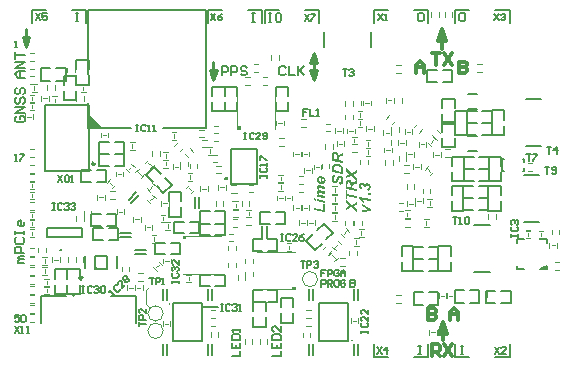
<source format=gto>
G04*
G04 #@! TF.GenerationSoftware,Altium Limited,Altium Designer,19.1.6 (110)*
G04*
G04 Layer_Color=65535*
%FSLAX44Y44*%
%MOMM*%
G71*
G01*
G75*
%ADD10C,0.2540*%
%ADD11C,0.3000*%
%ADD12C,0.2000*%
%ADD13C,0.1500*%
%ADD14C,0.2500*%
%ADD15C,0.1000*%
%ADD16C,0.1270*%
G36*
X60250Y76375D02*
X57250Y76375D01*
X57250Y79375D01*
X60250Y76375D01*
D02*
G37*
G36*
X134000Y104000D02*
Y102000D01*
X132000D01*
Y104000D01*
X134000D01*
D02*
G37*
G36*
X51500Y195500D02*
X64500Y195500D01*
X51500Y208500D01*
X51500Y195500D01*
D02*
G37*
G36*
X224500Y58750D02*
Y60750D01*
X226500D01*
Y58750D01*
X224500D01*
D02*
G37*
G36*
X178000Y197000D02*
X180000D01*
Y195000D01*
X178000D01*
Y197000D01*
D02*
G37*
G36*
X439875Y79000D02*
Y76250D01*
X434500D01*
X439875Y79000D01*
D02*
G37*
G36*
X274695Y157376D02*
X279250Y159738D01*
Y157507D01*
X277853Y156767D01*
X277844Y156757D01*
X277806Y156739D01*
X277750Y156710D01*
X277675Y156673D01*
X277582Y156626D01*
X277479Y156579D01*
X277366Y156523D01*
X277244Y156457D01*
X276982Y156326D01*
X276719Y156204D01*
X276597Y156148D01*
X276476Y156092D01*
X276363Y156045D01*
X276269Y156007D01*
X276288Y155998D01*
X276307Y155979D01*
X276344Y155951D01*
X276391Y155914D01*
X276448Y155876D01*
X276513Y155820D01*
X276597Y155754D01*
X276691Y155670D01*
X276804Y155576D01*
X276935Y155473D01*
X277076Y155351D01*
X277225Y155220D01*
X277404Y155070D01*
X277600Y154902D01*
X277806Y154714D01*
X279250Y153402D01*
Y150843D01*
X274414Y155080D01*
X269643Y152699D01*
Y154752D01*
X271405Y155698D01*
X271414D01*
X271443Y155717D01*
X271461Y155726D01*
X271499Y155745D01*
X271546Y155764D01*
X271602Y155801D01*
X271677Y155829D01*
X271761Y155876D01*
X271874Y155933D01*
X271996Y155989D01*
X272136Y156064D01*
X272305Y156148D01*
X272492Y156242D01*
X272708Y156345D01*
X272717Y156354D01*
X272755Y156373D01*
X272811Y156401D01*
X272876Y156429D01*
X272867Y156439D01*
X272830Y156467D01*
X272783Y156504D01*
X272717Y156560D01*
X272633Y156626D01*
X272539Y156710D01*
X272436Y156795D01*
X272324Y156898D01*
X272080Y157104D01*
X271817Y157329D01*
X271555Y157554D01*
X271321Y157760D01*
X269643Y159260D01*
Y161772D01*
X274695Y157376D01*
D02*
G37*
G36*
X272370Y151499D02*
X272474Y151490D01*
X272595Y151471D01*
X272727Y151443D01*
X272876Y151415D01*
X273036Y151377D01*
X273195Y151330D01*
X273364Y151265D01*
X273533Y151199D01*
X273701Y151115D01*
X273870Y151012D01*
X274039Y150899D01*
X274189Y150768D01*
X274198Y150759D01*
X274226Y150731D01*
X274264Y150693D01*
X274320Y150628D01*
X274376Y150553D01*
X274451Y150459D01*
X274526Y150346D01*
X274611Y150215D01*
X274695Y150065D01*
X274779Y149906D01*
X274863Y149718D01*
X274939Y149522D01*
X275014Y149306D01*
X275079Y149072D01*
X275126Y148819D01*
X275173Y148547D01*
X275192Y148566D01*
X275238Y148612D01*
X275313Y148687D01*
X275407Y148781D01*
X275538Y148894D01*
X275698Y149006D01*
X275876Y149137D01*
X276073Y149259D01*
X276082Y149269D01*
X276129Y149287D01*
X276185Y149325D01*
X276279Y149372D01*
X276391Y149437D01*
X276532Y149512D01*
X276701Y149597D01*
X276888Y149690D01*
X277104Y149803D01*
X277338Y149915D01*
X277600Y150037D01*
X277891Y150168D01*
X278191Y150300D01*
X278528Y150440D01*
X278875Y150590D01*
X279250Y150740D01*
Y148612D01*
X279240D01*
X279212Y148603D01*
X279166Y148584D01*
X279100Y148556D01*
X279006Y148528D01*
X278903Y148491D01*
X278781Y148444D01*
X278631Y148387D01*
X278463Y148322D01*
X278275Y148256D01*
X278069Y148172D01*
X277844Y148078D01*
X277591Y147975D01*
X277319Y147863D01*
X277029Y147741D01*
X276719Y147610D01*
X276710D01*
X276682Y147591D01*
X276635Y147572D01*
X276569Y147535D01*
X276494Y147497D01*
X276410Y147460D01*
X276213Y147347D01*
X275998Y147216D01*
X275791Y147066D01*
X275698Y146991D01*
X275604Y146907D01*
X275529Y146822D01*
X275463Y146738D01*
X275454Y146729D01*
X275435Y146682D01*
X275398Y146616D01*
X275360Y146513D01*
X275332Y146372D01*
X275295Y146213D01*
X275276Y146007D01*
X275267Y145885D01*
Y144957D01*
X279250Y144123D01*
Y142155D01*
X269643Y144160D01*
Y148603D01*
X269652Y148697D01*
Y148800D01*
X269662Y148922D01*
X269671Y149053D01*
X269699Y149325D01*
X269746Y149606D01*
X269802Y149887D01*
X269840Y150009D01*
X269877Y150131D01*
Y150140D01*
X269887Y150159D01*
X269905Y150187D01*
X269924Y150234D01*
X269943Y150290D01*
X269980Y150346D01*
X270065Y150487D01*
X270177Y150646D01*
X270318Y150815D01*
X270496Y150974D01*
X270702Y151124D01*
X270711D01*
X270730Y151143D01*
X270758Y151162D01*
X270805Y151181D01*
X270871Y151218D01*
X270936Y151246D01*
X271021Y151284D01*
X271105Y151321D01*
X271208Y151349D01*
X271321Y151387D01*
X271574Y151452D01*
X271855Y151490D01*
X272164Y151509D01*
X272174D01*
X272220D01*
X272286D01*
X272370Y151499D01*
D02*
G37*
G36*
X271246Y142548D02*
Y139746D01*
X279250Y138078D01*
Y136109D01*
X271246Y137778D01*
Y134975D01*
X269643Y135313D01*
Y142886D01*
X271246Y142548D01*
D02*
G37*
G36*
X274695Y130533D02*
X279250Y132895D01*
Y130664D01*
X277853Y129923D01*
X277844Y129914D01*
X277806Y129895D01*
X277750Y129867D01*
X277675Y129830D01*
X277582Y129783D01*
X277479Y129736D01*
X277366Y129680D01*
X277244Y129614D01*
X276982Y129483D01*
X276719Y129361D01*
X276597Y129305D01*
X276476Y129249D01*
X276363Y129202D01*
X276269Y129164D01*
X276288Y129155D01*
X276307Y129136D01*
X276344Y129108D01*
X276391Y129071D01*
X276448Y129033D01*
X276513Y128977D01*
X276597Y128911D01*
X276691Y128827D01*
X276804Y128733D01*
X276935Y128630D01*
X277076Y128508D01*
X277225Y128377D01*
X277404Y128227D01*
X277600Y128058D01*
X277806Y127871D01*
X279250Y126559D01*
Y124000D01*
X274414Y128236D01*
X269643Y125856D01*
Y127908D01*
X271405Y128855D01*
X271414D01*
X271443Y128874D01*
X271461Y128883D01*
X271499Y128902D01*
X271546Y128921D01*
X271602Y128958D01*
X271677Y128986D01*
X271761Y129033D01*
X271874Y129089D01*
X271996Y129146D01*
X272136Y129221D01*
X272305Y129305D01*
X272492Y129399D01*
X272708Y129502D01*
X272717Y129511D01*
X272755Y129530D01*
X272811Y129558D01*
X272876Y129586D01*
X272867Y129595D01*
X272830Y129624D01*
X272783Y129661D01*
X272717Y129717D01*
X272633Y129783D01*
X272539Y129867D01*
X272436Y129952D01*
X272324Y130055D01*
X272080Y130261D01*
X271817Y130486D01*
X271555Y130711D01*
X271321Y130917D01*
X269643Y132417D01*
Y134929D01*
X274695Y130533D01*
D02*
G37*
G36*
X283730Y149156D02*
X283796D01*
X283871Y149146D01*
X283964Y149128D01*
X284058Y149109D01*
X284264Y149062D01*
X284489Y148978D01*
X284723Y148875D01*
X284845Y148800D01*
X284958Y148725D01*
X284967Y148715D01*
X284986Y148706D01*
X285014Y148678D01*
X285051Y148640D01*
X285108Y148603D01*
X285164Y148547D01*
X285295Y148406D01*
X285436Y148237D01*
X285586Y148031D01*
X285717Y147788D01*
X285839Y147516D01*
Y147525D01*
X285858Y147544D01*
X285867Y147572D01*
X285895Y147619D01*
X285970Y147722D01*
X286064Y147853D01*
X286185Y148003D01*
X286326Y148153D01*
X286486Y148294D01*
X286673Y148415D01*
X286682D01*
X286692Y148425D01*
X286720Y148444D01*
X286757Y148462D01*
X286860Y148509D01*
X287001Y148565D01*
X287160Y148612D01*
X287338Y148659D01*
X287535Y148697D01*
X287741Y148706D01*
X287751D01*
X287788D01*
X287845Y148697D01*
X287920D01*
X288013Y148687D01*
X288126Y148668D01*
X288248Y148640D01*
X288379Y148612D01*
X288529Y148575D01*
X288679Y148518D01*
X288847Y148462D01*
X289007Y148387D01*
X289175Y148303D01*
X289354Y148200D01*
X289522Y148078D01*
X289691Y147947D01*
X289700Y147937D01*
X289747Y147900D01*
X289803Y147844D01*
X289878Y147759D01*
X289972Y147656D01*
X290075Y147534D01*
X290188Y147394D01*
X290300Y147225D01*
X290413Y147047D01*
X290525Y146850D01*
X290628Y146625D01*
X290722Y146391D01*
X290797Y146138D01*
X290853Y145876D01*
X290900Y145594D01*
X290909Y145294D01*
Y145238D01*
X290900Y145173D01*
Y145088D01*
X290891Y144985D01*
X290872Y144863D01*
X290853Y144732D01*
X290825Y144591D01*
X290788Y144432D01*
X290741Y144273D01*
X290684Y144104D01*
X290619Y143935D01*
X290534Y143767D01*
X290441Y143598D01*
X290338Y143439D01*
X290216Y143289D01*
X290206Y143279D01*
X290178Y143251D01*
X290141Y143214D01*
X290084Y143167D01*
X290010Y143101D01*
X289925Y143036D01*
X289822Y142951D01*
X289700Y142876D01*
X289569Y142792D01*
X289419Y142708D01*
X289260Y142633D01*
X289082Y142558D01*
X288894Y142483D01*
X288688Y142426D01*
X288472Y142370D01*
X288238Y142333D01*
X288013Y144132D01*
X288023D01*
X288051Y144142D01*
X288088D01*
X288135Y144151D01*
X288201Y144170D01*
X288276Y144179D01*
X288435Y144216D01*
X288613Y144273D01*
X288791Y144338D01*
X288951Y144423D01*
X289016Y144470D01*
X289082Y144526D01*
X289091Y144545D01*
X289128Y144582D01*
X289175Y144648D01*
X289222Y144741D01*
X289279Y144854D01*
X289325Y144985D01*
X289363Y145135D01*
X289372Y145313D01*
Y145379D01*
X289363Y145416D01*
Y145472D01*
X289354Y145538D01*
X289316Y145688D01*
X289269Y145857D01*
X289194Y146025D01*
X289082Y146203D01*
X289016Y146288D01*
X288941Y146372D01*
X288932Y146382D01*
X288922Y146391D01*
X288894Y146410D01*
X288866Y146438D01*
X288772Y146513D01*
X288641Y146588D01*
X288482Y146663D01*
X288294Y146738D01*
X288079Y146785D01*
X287957Y146803D01*
X287835D01*
X287826D01*
X287807D01*
X287779D01*
X287741Y146794D01*
X287629Y146785D01*
X287498Y146756D01*
X287348Y146719D01*
X287188Y146653D01*
X287038Y146569D01*
X286898Y146457D01*
X286879Y146438D01*
X286842Y146391D01*
X286785Y146316D01*
X286720Y146213D01*
X286663Y146082D01*
X286607Y145932D01*
X286570Y145744D01*
X286551Y145538D01*
Y145444D01*
X286560Y145351D01*
X286579Y145238D01*
X285014Y145566D01*
Y145622D01*
X285023Y145688D01*
Y145829D01*
X285014Y145876D01*
Y145941D01*
X285005Y146016D01*
X284977Y146175D01*
X284930Y146363D01*
X284864Y146550D01*
X284770Y146738D01*
X284648Y146897D01*
X284639Y146906D01*
X284630Y146916D01*
X284573Y146963D01*
X284489Y147028D01*
X284377Y147103D01*
X284227Y147169D01*
X284049Y147234D01*
X283842Y147281D01*
X283730Y147300D01*
X283608D01*
X283599D01*
X283589D01*
X283533D01*
X283449Y147291D01*
X283336Y147263D01*
X283224Y147234D01*
X283102Y147188D01*
X282980Y147122D01*
X282868Y147028D01*
X282858Y147019D01*
X282821Y146981D01*
X282783Y146925D01*
X282727Y146841D01*
X282680Y146747D01*
X282633Y146625D01*
X282605Y146485D01*
X282596Y146335D01*
Y146269D01*
X282615Y146185D01*
X282633Y146091D01*
X282671Y145979D01*
X282718Y145857D01*
X282793Y145725D01*
X282896Y145604D01*
X282905Y145594D01*
X282952Y145547D01*
X283027Y145491D01*
X283139Y145426D01*
X283280Y145341D01*
X283449Y145257D01*
X283552Y145210D01*
X283664Y145173D01*
X283786Y145135D01*
X283917Y145098D01*
X283580Y143382D01*
X283571D01*
X283533Y143401D01*
X283477Y143420D01*
X283402Y143439D01*
X283318Y143476D01*
X283214Y143514D01*
X283102Y143560D01*
X282980Y143617D01*
X282718Y143748D01*
X282446Y143898D01*
X282183Y144085D01*
X282062Y144188D01*
X281949Y144291D01*
X281940Y144301D01*
X281912Y144329D01*
X281874Y144385D01*
X281818Y144451D01*
X281752Y144535D01*
X281677Y144638D01*
X281602Y144760D01*
X281518Y144891D01*
X281443Y145041D01*
X281368Y145210D01*
X281293Y145388D01*
X281227Y145585D01*
X281171Y145782D01*
X281134Y145997D01*
X281106Y146232D01*
X281096Y146466D01*
Y146597D01*
X281106Y146681D01*
X281115Y146794D01*
X281134Y146916D01*
X281162Y147056D01*
X281190Y147216D01*
X281227Y147375D01*
X281274Y147534D01*
X281340Y147703D01*
X281406Y147872D01*
X281490Y148031D01*
X281593Y148190D01*
X281705Y148341D01*
X281837Y148472D01*
X281846Y148481D01*
X281874Y148500D01*
X281912Y148537D01*
X281968Y148584D01*
X282043Y148631D01*
X282127Y148687D01*
X282221Y148753D01*
X282333Y148819D01*
X282455Y148884D01*
X282596Y148950D01*
X282736Y149006D01*
X282896Y149053D01*
X283064Y149100D01*
X283233Y149137D01*
X283421Y149156D01*
X283608Y149165D01*
X283617D01*
X283636D01*
X283683D01*
X283730Y149156D01*
D02*
G37*
G36*
X290750Y140364D02*
Y138499D01*
X288932Y138883D01*
Y140749D01*
X290750Y140364D01*
D02*
G37*
G36*
Y135284D02*
Y133391D01*
X284105Y134778D01*
Y134769D01*
X284124Y134750D01*
X284142Y134722D01*
X284170Y134675D01*
X284198Y134619D01*
X284236Y134553D01*
X284283Y134478D01*
X284330Y134385D01*
X284442Y134188D01*
X284555Y133954D01*
X284676Y133701D01*
X284798Y133419D01*
Y133410D01*
X284808Y133382D01*
X284827Y133344D01*
X284845Y133288D01*
X284873Y133223D01*
X284902Y133147D01*
X284939Y133054D01*
X284977Y132960D01*
X285042Y132745D01*
X285117Y132520D01*
X285183Y132285D01*
X285239Y132051D01*
X283561Y132407D01*
Y132416D01*
X283552Y132435D01*
X283533Y132473D01*
X283514Y132510D01*
X283486Y132576D01*
X283458Y132641D01*
X283421Y132716D01*
X283374Y132810D01*
X283271Y133007D01*
X283149Y133241D01*
X283008Y133504D01*
X282858Y133785D01*
X282680Y134085D01*
X282493Y134394D01*
X282286Y134703D01*
X282071Y135013D01*
X281837Y135322D01*
X281602Y135622D01*
X281349Y135903D01*
X281087Y136166D01*
Y137299D01*
X290750Y135284D01*
D02*
G37*
G36*
Y127008D02*
Y125387D01*
X283786Y124000D01*
Y125846D01*
X286832Y126334D01*
X286842D01*
X286889Y126343D01*
X286945Y126352D01*
X287029Y126362D01*
X287132Y126381D01*
X287245Y126399D01*
X287367Y126418D01*
X287498Y126437D01*
X287770Y126484D01*
X288041Y126521D01*
X288163Y126540D01*
X288276Y126549D01*
X288379Y126568D01*
X288463Y126577D01*
X288454D01*
X288435Y126596D01*
X288388Y126615D01*
X288323Y126662D01*
X288276Y126690D01*
X288210Y126718D01*
X288144Y126755D01*
X288069Y126802D01*
X287976Y126849D01*
X287873Y126905D01*
X287760Y126971D01*
X287629Y127037D01*
X287619Y127046D01*
X287601Y127055D01*
X287563Y127074D01*
X287507Y127102D01*
X287451Y127130D01*
X287385Y127168D01*
X287235Y127252D01*
X287085Y127337D01*
X286935Y127411D01*
X286870Y127449D01*
X286814Y127477D01*
X286767Y127505D01*
X286729Y127524D01*
X283786Y129258D01*
Y131292D01*
X290750Y127008D01*
D02*
G37*
G36*
X248629Y154695D02*
X248789Y154686D01*
X248976Y154677D01*
X249182Y154648D01*
X249398Y154620D01*
X249604Y154573D01*
Y149859D01*
X249623D01*
X249669D01*
X249726Y149850D01*
X249782D01*
X249791D01*
X249810D01*
X249848D01*
X249894Y149859D01*
X249960D01*
X250026Y149868D01*
X250185Y149896D01*
X250363Y149943D01*
X250541Y150018D01*
X250729Y150112D01*
X250897Y150243D01*
Y150253D01*
X250916Y150262D01*
X250963Y150318D01*
X251028Y150403D01*
X251103Y150515D01*
X251188Y150656D01*
X251253Y150824D01*
X251300Y151002D01*
X251310Y151105D01*
X251319Y151209D01*
Y151246D01*
X251310Y151302D01*
X251300Y151368D01*
X251291Y151443D01*
X251272Y151537D01*
X251235Y151640D01*
X251197Y151752D01*
X251150Y151865D01*
X251085Y151987D01*
X251000Y152108D01*
X250916Y152230D01*
X250804Y152352D01*
X250672Y152465D01*
X250522Y152577D01*
X250354Y152680D01*
X250635Y154367D01*
X250644Y154358D01*
X250682Y154348D01*
X250729Y154320D01*
X250804Y154274D01*
X250888Y154227D01*
X250982Y154170D01*
X251085Y154095D01*
X251207Y154020D01*
X251328Y153927D01*
X251450Y153824D01*
X251703Y153599D01*
X251947Y153336D01*
X252050Y153196D01*
X252153Y153046D01*
X252163Y153036D01*
X252172Y153008D01*
X252200Y152961D01*
X252228Y152905D01*
X252266Y152821D01*
X252313Y152727D01*
X252359Y152624D01*
X252406Y152502D01*
X252453Y152371D01*
X252500Y152230D01*
X252537Y152080D01*
X252584Y151921D01*
X252641Y151574D01*
X252650Y151387D01*
X252659Y151199D01*
Y151134D01*
X252650Y151068D01*
X252641Y150965D01*
X252631Y150843D01*
X252612Y150712D01*
X252584Y150553D01*
X252547Y150384D01*
X252500Y150206D01*
X252444Y150028D01*
X252369Y149831D01*
X252284Y149643D01*
X252191Y149447D01*
X252069Y149269D01*
X251938Y149081D01*
X251778Y148912D01*
X251769Y148903D01*
X251741Y148875D01*
X251685Y148828D01*
X251619Y148781D01*
X251525Y148706D01*
X251422Y148640D01*
X251291Y148556D01*
X251150Y148481D01*
X250991Y148397D01*
X250813Y148313D01*
X250616Y148247D01*
X250410Y148181D01*
X250185Y148125D01*
X249951Y148078D01*
X249688Y148050D01*
X249426Y148041D01*
X249407D01*
X249360D01*
X249285Y148050D01*
X249182D01*
X249060Y148069D01*
X248920Y148078D01*
X248751Y148106D01*
X248573Y148144D01*
X248385Y148181D01*
X248179Y148237D01*
X247973Y148294D01*
X247757Y148369D01*
X247533Y148462D01*
X247317Y148566D01*
X247101Y148687D01*
X246886Y148828D01*
X246867Y148837D01*
X246820Y148875D01*
X246745Y148940D01*
X246651Y149025D01*
X246539Y149137D01*
X246408Y149278D01*
X246267Y149437D01*
X246127Y149615D01*
X245986Y149822D01*
X245855Y150056D01*
X245724Y150309D01*
X245611Y150581D01*
X245517Y150881D01*
X245442Y151199D01*
X245396Y151546D01*
X245377Y151912D01*
Y151968D01*
X245386Y152033D01*
Y152127D01*
X245405Y152230D01*
X245414Y152361D01*
X245442Y152493D01*
X245480Y152652D01*
X245517Y152811D01*
X245574Y152971D01*
X245639Y153139D01*
X245714Y153308D01*
X245808Y153477D01*
X245911Y153645D01*
X246033Y153795D01*
X246173Y153945D01*
X246183Y153955D01*
X246211Y153983D01*
X246258Y154020D01*
X246314Y154067D01*
X246398Y154123D01*
X246502Y154189D01*
X246614Y154255D01*
X246745Y154330D01*
X246895Y154395D01*
X247055Y154461D01*
X247242Y154527D01*
X247439Y154583D01*
X247654Y154639D01*
X247879Y154677D01*
X248123Y154695D01*
X248385Y154705D01*
X248395D01*
X248414D01*
X248451D01*
X248498D01*
X248554D01*
X248629Y154695D01*
D02*
G37*
G36*
X247129Y147019D02*
X247176D01*
X247233Y147010D01*
X247308Y147000D01*
X247383Y146991D01*
X247476Y146972D01*
X247579Y146963D01*
X247692Y146944D01*
X247814Y146916D01*
X247945Y146897D01*
X248095Y146869D01*
X248254Y146832D01*
X252500Y145922D01*
Y144048D01*
X248254Y144948D01*
X248245D01*
X248217Y144957D01*
X248179Y144966D01*
X248132Y144976D01*
X248067Y144985D01*
X247992Y145004D01*
X247842Y145032D01*
X247682Y145060D01*
X247542Y145088D01*
X247476Y145098D01*
X247420Y145107D01*
X247383Y145116D01*
X247354D01*
X247345D01*
X247308D01*
X247251Y145107D01*
X247186Y145098D01*
X247111Y145070D01*
X247036Y145042D01*
X246961Y144995D01*
X246895Y144938D01*
X246886Y144929D01*
X246867Y144910D01*
X246839Y144863D01*
X246801Y144807D01*
X246773Y144732D01*
X246745Y144648D01*
X246726Y144535D01*
X246717Y144413D01*
Y144348D01*
X246726Y144292D01*
X246736Y144235D01*
X246755Y144160D01*
X246811Y143992D01*
X246848Y143898D01*
X246895Y143795D01*
X246961Y143692D01*
X247036Y143589D01*
X247120Y143476D01*
X247223Y143373D01*
X247336Y143261D01*
X247467Y143158D01*
X247476D01*
X247495Y143139D01*
X247523Y143120D01*
X247570Y143092D01*
X247626Y143055D01*
X247701Y143017D01*
X247795Y142970D01*
X247898Y142914D01*
X248020Y142867D01*
X248160Y142811D01*
X248311Y142745D01*
X248479Y142689D01*
X248676Y142633D01*
X248882Y142577D01*
X249107Y142520D01*
X249351Y142464D01*
X252500Y141808D01*
Y139933D01*
X248292Y140805D01*
X248282D01*
X248264Y140814D01*
X248226Y140824D01*
X248179Y140833D01*
X248114Y140843D01*
X248048Y140852D01*
X247907Y140880D01*
X247748Y140908D01*
X247589Y140936D01*
X247458Y140946D01*
X247401Y140955D01*
X247354D01*
X247345D01*
X247308D01*
X247251Y140946D01*
X247195Y140936D01*
X247120Y140908D01*
X247045Y140880D01*
X246970Y140833D01*
X246895Y140768D01*
X246886Y140758D01*
X246867Y140730D01*
X246839Y140693D01*
X246801Y140636D01*
X246773Y140561D01*
X246745Y140468D01*
X246726Y140365D01*
X246717Y140252D01*
Y140196D01*
X246726Y140140D01*
X246736Y140055D01*
X246764Y139962D01*
X246792Y139849D01*
X246839Y139737D01*
X246905Y139615D01*
X246914Y139596D01*
X246942Y139558D01*
X246980Y139502D01*
X247036Y139418D01*
X247111Y139334D01*
X247195Y139240D01*
X247298Y139137D01*
X247411Y139043D01*
X247429Y139034D01*
X247467Y139005D01*
X247542Y138959D01*
X247636Y138902D01*
X247748Y138837D01*
X247889Y138762D01*
X248057Y138687D01*
X248235Y138621D01*
X248245D01*
X248282Y138603D01*
X248357Y138584D01*
X248404Y138574D01*
X248460Y138556D01*
X248526Y138537D01*
X248601Y138518D01*
X248685Y138499D01*
X248789Y138471D01*
X248892Y138453D01*
X249023Y138424D01*
X249154Y138387D01*
X249304Y138359D01*
X252500Y137693D01*
Y135819D01*
X245536Y137272D01*
Y139034D01*
X246389Y138865D01*
X246380Y138874D01*
X246342Y138912D01*
X246295Y138968D01*
X246230Y139043D01*
X246155Y139137D01*
X246070Y139259D01*
X245977Y139380D01*
X245883Y139530D01*
X245789Y139690D01*
X245695Y139858D01*
X245611Y140036D01*
X245536Y140224D01*
X245471Y140421D01*
X245424Y140627D01*
X245386Y140833D01*
X245377Y141049D01*
Y141124D01*
X245386Y141180D01*
Y141246D01*
X245396Y141320D01*
X245414Y141499D01*
X245461Y141686D01*
X245517Y141892D01*
X245592Y142089D01*
X245705Y142258D01*
Y142267D01*
X245724Y142277D01*
X245761Y142323D01*
X245836Y142398D01*
X245939Y142492D01*
X246070Y142586D01*
X246230Y142670D01*
X246408Y142755D01*
X246614Y142811D01*
X246605D01*
X246586Y142830D01*
X246567Y142848D01*
X246530Y142876D01*
X246427Y142961D01*
X246305Y143083D01*
X246164Y143223D01*
X246024Y143401D01*
X245874Y143617D01*
X245733Y143851D01*
Y143861D01*
X245714Y143879D01*
X245695Y143917D01*
X245677Y143973D01*
X245649Y144029D01*
X245620Y144104D01*
X245592Y144189D01*
X245555Y144282D01*
X245489Y144488D01*
X245433Y144732D01*
X245396Y144985D01*
X245377Y145257D01*
Y145341D01*
X245386Y145398D01*
Y145463D01*
X245396Y145548D01*
X245433Y145735D01*
X245489Y145941D01*
X245564Y146157D01*
X245677Y146372D01*
X245752Y146466D01*
X245827Y146560D01*
X245836Y146569D01*
X245846Y146579D01*
X245874Y146607D01*
X245911Y146635D01*
X245958Y146672D01*
X246005Y146710D01*
X246145Y146794D01*
X246314Y146878D01*
X246520Y146953D01*
X246755Y147010D01*
X246886Y147019D01*
X247017Y147029D01*
X247036D01*
X247083D01*
X247129Y147019D01*
D02*
G37*
G36*
X244590Y135660D02*
Y133785D01*
X242893Y134132D01*
Y136016D01*
X244590Y135660D01*
D02*
G37*
G36*
X252500Y134010D02*
Y132135D01*
X245536Y133588D01*
Y135463D01*
X252500Y134010D01*
D02*
G37*
G36*
Y130870D02*
Y124000D01*
X242893Y126006D01*
Y127974D01*
X250897Y126306D01*
Y131208D01*
X252500Y130870D01*
D02*
G37*
G36*
X260799Y175252D02*
X260902Y175243D01*
X261024Y175224D01*
X261155Y175196D01*
X261305Y175168D01*
X261465Y175130D01*
X261624Y175084D01*
X261793Y175018D01*
X261961Y174952D01*
X262130Y174868D01*
X262299Y174765D01*
X262468Y174652D01*
X262618Y174521D01*
X262627Y174512D01*
X262655Y174484D01*
X262693Y174446D01*
X262749Y174381D01*
X262805Y174306D01*
X262880Y174212D01*
X262955Y174099D01*
X263039Y173968D01*
X263124Y173818D01*
X263208Y173659D01*
X263292Y173471D01*
X263367Y173275D01*
X263442Y173059D01*
X263508Y172825D01*
X263555Y172572D01*
X263602Y172300D01*
X263620Y172319D01*
X263667Y172365D01*
X263742Y172440D01*
X263836Y172534D01*
X263967Y172647D01*
X264127Y172759D01*
X264305Y172890D01*
X264501Y173012D01*
X264511Y173022D01*
X264558Y173040D01*
X264614Y173078D01*
X264708Y173125D01*
X264820Y173190D01*
X264961Y173265D01*
X265129Y173350D01*
X265317Y173443D01*
X265532Y173556D01*
X265767Y173668D01*
X266029Y173790D01*
X266320Y173921D01*
X266620Y174053D01*
X266957Y174193D01*
X267304Y174343D01*
X267679Y174493D01*
Y172365D01*
X267669D01*
X267641Y172356D01*
X267594Y172337D01*
X267529Y172309D01*
X267435Y172281D01*
X267332Y172244D01*
X267210Y172197D01*
X267060Y172141D01*
X266891Y172075D01*
X266704Y172009D01*
X266498Y171925D01*
X266273Y171831D01*
X266020Y171728D01*
X265748Y171616D01*
X265457Y171494D01*
X265148Y171363D01*
X265139D01*
X265111Y171344D01*
X265064Y171325D01*
X264998Y171288D01*
X264923Y171250D01*
X264839Y171213D01*
X264642Y171100D01*
X264426Y170969D01*
X264220Y170819D01*
X264127Y170744D01*
X264033Y170660D01*
X263958Y170575D01*
X263892Y170491D01*
X263883Y170482D01*
X263864Y170435D01*
X263827Y170369D01*
X263789Y170266D01*
X263761Y170125D01*
X263724Y169966D01*
X263705Y169760D01*
X263695Y169638D01*
Y168710D01*
X267679Y167876D01*
Y165908D01*
X258072Y167913D01*
Y172356D01*
X258081Y172450D01*
Y172553D01*
X258091Y172675D01*
X258100Y172806D01*
X258128Y173078D01*
X258175Y173359D01*
X258231Y173640D01*
X258269Y173762D01*
X258306Y173884D01*
Y173893D01*
X258316Y173912D01*
X258334Y173940D01*
X258353Y173987D01*
X258372Y174043D01*
X258409Y174099D01*
X258494Y174240D01*
X258606Y174399D01*
X258747Y174568D01*
X258925Y174727D01*
X259131Y174877D01*
X259140D01*
X259159Y174896D01*
X259187Y174915D01*
X259234Y174934D01*
X259300Y174971D01*
X259365Y174999D01*
X259450Y175037D01*
X259534Y175074D01*
X259637Y175102D01*
X259750Y175140D01*
X260003Y175205D01*
X260284Y175243D01*
X260593Y175262D01*
X260602D01*
X260649D01*
X260715D01*
X260799Y175252D01*
D02*
G37*
G36*
X262327Y165345D02*
X262458Y165336D01*
X262618Y165327D01*
X262796Y165308D01*
X262992Y165280D01*
X263199Y165252D01*
X263414Y165205D01*
X263649Y165158D01*
X263883Y165102D01*
X264117Y165036D01*
X264352Y164952D01*
X264586Y164858D01*
X264820Y164755D01*
X264830Y164746D01*
X264876Y164727D01*
X264933Y164699D01*
X265017Y164652D01*
X265120Y164586D01*
X265233Y164521D01*
X265364Y164436D01*
X265504Y164352D01*
X265654Y164249D01*
X265814Y164136D01*
X265973Y164005D01*
X266132Y163874D01*
X266442Y163583D01*
X266582Y163433D01*
X266723Y163265D01*
X266732Y163255D01*
X266751Y163237D01*
X266779Y163199D01*
X266817Y163143D01*
X266863Y163077D01*
X266910Y162993D01*
X266966Y162899D01*
X267032Y162787D01*
X267098Y162665D01*
X267163Y162534D01*
X267229Y162384D01*
X267304Y162224D01*
X267369Y162056D01*
X267426Y161877D01*
X267482Y161681D01*
X267538Y161484D01*
Y161474D01*
X267548Y161456D01*
Y161418D01*
X267557Y161371D01*
X267566Y161306D01*
X267585Y161221D01*
X267594Y161128D01*
X267604Y161015D01*
X267623Y160893D01*
X267632Y160753D01*
X267641Y160603D01*
X267660Y160425D01*
X267669Y160247D01*
Y160040D01*
X267679Y159825D01*
Y156207D01*
X258072Y158213D01*
Y161381D01*
X258081Y161615D01*
X258091Y161840D01*
Y161943D01*
X258100Y162037D01*
Y162121D01*
X258109Y162187D01*
Y162215D01*
X258119Y162243D01*
Y162290D01*
X258128Y162337D01*
X258137Y162402D01*
X258156Y162543D01*
X258194Y162712D01*
X258231Y162890D01*
X258287Y163077D01*
X258353Y163255D01*
Y163265D01*
X258362Y163274D01*
X258381Y163330D01*
X258428Y163424D01*
X258484Y163536D01*
X258559Y163668D01*
X258644Y163818D01*
X258747Y163958D01*
X258869Y164108D01*
X258887Y164127D01*
X258925Y164174D01*
X259000Y164249D01*
X259093Y164333D01*
X259206Y164436D01*
X259347Y164549D01*
X259496Y164661D01*
X259665Y164764D01*
X259675D01*
X259684Y164774D01*
X259712Y164792D01*
X259750Y164811D01*
X259843Y164858D01*
X259974Y164924D01*
X260124Y164989D01*
X260312Y165064D01*
X260509Y165130D01*
X260734Y165195D01*
X260743D01*
X260762Y165205D01*
X260790Y165214D01*
X260837Y165224D01*
X260893Y165233D01*
X260968Y165242D01*
X261043Y165261D01*
X261127Y165280D01*
X261324Y165308D01*
X261549Y165327D01*
X261802Y165345D01*
X262065Y165355D01*
X262083D01*
X262130D01*
X262215D01*
X262327Y165345D01*
D02*
G37*
G36*
X260893Y153855D02*
X260884D01*
X260865D01*
X260827Y153845D01*
X260781Y153836D01*
X260724Y153827D01*
X260659Y153808D01*
X260509Y153761D01*
X260340Y153695D01*
X260162Y153611D01*
X259993Y153498D01*
X259843Y153349D01*
X259825Y153330D01*
X259806Y153302D01*
X259787Y153273D01*
X259759Y153227D01*
X259722Y153170D01*
X259693Y153105D01*
X259656Y153030D01*
X259618Y152945D01*
X259590Y152861D01*
X259553Y152758D01*
X259525Y152646D01*
X259506Y152514D01*
X259487Y152383D01*
X259468Y152242D01*
Y151961D01*
X259478Y151886D01*
X259487Y151811D01*
X259506Y151633D01*
X259543Y151446D01*
X259590Y151249D01*
X259665Y151071D01*
X259712Y150996D01*
X259759Y150921D01*
X259768Y150902D01*
X259815Y150865D01*
X259871Y150808D01*
X259956Y150752D01*
X260068Y150687D01*
X260190Y150630D01*
X260331Y150593D01*
X260490Y150574D01*
X260509D01*
X260556Y150583D01*
X260631Y150593D01*
X260734Y150612D01*
X260837Y150649D01*
X260949Y150705D01*
X261071Y150790D01*
X261174Y150893D01*
X261184Y150912D01*
X261202Y150930D01*
X261221Y150958D01*
X261249Y150996D01*
X261287Y151052D01*
X261324Y151118D01*
X261371Y151193D01*
X261418Y151277D01*
X261474Y151380D01*
X261540Y151493D01*
X261605Y151624D01*
X261680Y151774D01*
X261755Y151933D01*
X261840Y152111D01*
X261924Y152308D01*
Y152317D01*
X261933Y152327D01*
X261952Y152383D01*
X261990Y152467D01*
X262046Y152570D01*
X262102Y152711D01*
X262177Y152861D01*
X262252Y153020D01*
X262336Y153198D01*
X262524Y153555D01*
X262618Y153733D01*
X262711Y153901D01*
X262814Y154061D01*
X262908Y154201D01*
X263002Y154323D01*
X263086Y154426D01*
X263096Y154436D01*
X263114Y154454D01*
X263152Y154492D01*
X263208Y154529D01*
X263274Y154586D01*
X263349Y154642D01*
X263442Y154698D01*
X263545Y154764D01*
X263658Y154829D01*
X263789Y154886D01*
X263920Y154942D01*
X264070Y154998D01*
X264239Y155035D01*
X264408Y155073D01*
X264586Y155092D01*
X264773Y155101D01*
X264792D01*
X264830D01*
X264895Y155092D01*
X264989Y155082D01*
X265092Y155073D01*
X265223Y155045D01*
X265364Y155017D01*
X265514Y154979D01*
X265682Y154923D01*
X265861Y154857D01*
X266039Y154773D01*
X266217Y154670D01*
X266404Y154558D01*
X266582Y154426D01*
X266770Y154267D01*
X266938Y154089D01*
X266948Y154080D01*
X266976Y154042D01*
X267023Y153986D01*
X267079Y153901D01*
X267145Y153798D01*
X267220Y153677D01*
X267304Y153536D01*
X267388Y153367D01*
X267473Y153180D01*
X267557Y152964D01*
X267632Y152739D01*
X267698Y152486D01*
X267754Y152214D01*
X267801Y151933D01*
X267829Y151624D01*
X267838Y151296D01*
Y151174D01*
X267829Y151090D01*
Y150977D01*
X267819Y150855D01*
X267801Y150715D01*
X267782Y150565D01*
X267763Y150396D01*
X267735Y150227D01*
X267660Y149871D01*
X267557Y149506D01*
X267501Y149328D01*
X267426Y149150D01*
X267416Y149140D01*
X267407Y149112D01*
X267379Y149065D01*
X267351Y149000D01*
X267304Y148925D01*
X267257Y148840D01*
X267126Y148653D01*
X266966Y148437D01*
X266770Y148222D01*
X266535Y148025D01*
X266404Y147941D01*
X266273Y147865D01*
X266264D01*
X266235Y147847D01*
X266198Y147828D01*
X266142Y147809D01*
X266076Y147781D01*
X265992Y147753D01*
X265889Y147716D01*
X265786Y147687D01*
X265664Y147650D01*
X265532Y147622D01*
X265392Y147594D01*
X265242Y147566D01*
X264914Y147537D01*
X264567Y147528D01*
X264464Y149412D01*
X264473D01*
X264501D01*
X264548Y149421D01*
X264605D01*
X264680Y149431D01*
X264764Y149440D01*
X264951Y149468D01*
X265158Y149506D01*
X265354Y149553D01*
X265542Y149628D01*
X265617Y149665D01*
X265682Y149712D01*
X265692Y149721D01*
X265701Y149731D01*
X265729Y149759D01*
X265757Y149796D01*
X265795Y149853D01*
X265842Y149909D01*
X265889Y149984D01*
X265935Y150077D01*
X265982Y150181D01*
X266029Y150293D01*
X266067Y150424D01*
X266114Y150574D01*
X266142Y150733D01*
X266170Y150912D01*
X266179Y151108D01*
X266189Y151315D01*
Y151408D01*
X266179Y151474D01*
Y151549D01*
X266170Y151643D01*
X266160Y151746D01*
X266142Y151849D01*
X266104Y152083D01*
X266039Y152308D01*
X265954Y152524D01*
X265898Y152627D01*
X265842Y152711D01*
Y152720D01*
X265823Y152730D01*
X265776Y152777D01*
X265711Y152852D01*
X265607Y152936D01*
X265486Y153011D01*
X265345Y153086D01*
X265186Y153133D01*
X265101Y153152D01*
X265008D01*
X264998D01*
X264989D01*
X264933Y153142D01*
X264858Y153133D01*
X264755Y153105D01*
X264642Y153067D01*
X264520Y153002D01*
X264398Y152917D01*
X264286Y152795D01*
X264277Y152786D01*
X264267Y152767D01*
X264248Y152739D01*
X264220Y152702D01*
X264192Y152655D01*
X264155Y152599D01*
X264117Y152533D01*
X264070Y152449D01*
X264023Y152346D01*
X263958Y152233D01*
X263902Y152111D01*
X263827Y151961D01*
X263752Y151802D01*
X263667Y151615D01*
X263583Y151418D01*
X263574Y151408D01*
X263564Y151371D01*
X263536Y151315D01*
X263499Y151240D01*
X263461Y151146D01*
X263414Y151033D01*
X263358Y150921D01*
X263302Y150799D01*
X263171Y150527D01*
X263039Y150255D01*
X262899Y150002D01*
X262843Y149890D01*
X262777Y149787D01*
Y149777D01*
X262758Y149768D01*
X262739Y149740D01*
X262721Y149703D01*
X262646Y149609D01*
X262552Y149496D01*
X262430Y149365D01*
X262280Y149234D01*
X262121Y149103D01*
X261933Y148981D01*
X261924D01*
X261905Y148972D01*
X261877Y148953D01*
X261840Y148934D01*
X261793Y148915D01*
X261737Y148887D01*
X261587Y148840D01*
X261409Y148784D01*
X261202Y148737D01*
X260977Y148700D01*
X260724Y148690D01*
X260706D01*
X260668D01*
X260602Y148700D01*
X260518D01*
X260415Y148718D01*
X260293Y148737D01*
X260162Y148765D01*
X260012Y148803D01*
X259862Y148850D01*
X259693Y148906D01*
X259525Y148972D01*
X259356Y149056D01*
X259187Y149159D01*
X259028Y149271D01*
X258859Y149412D01*
X258709Y149562D01*
X258700Y149571D01*
X258672Y149599D01*
X258634Y149656D01*
X258587Y149721D01*
X258522Y149815D01*
X258456Y149928D01*
X258381Y150059D01*
X258306Y150209D01*
X258231Y150377D01*
X258156Y150574D01*
X258091Y150780D01*
X258025Y151005D01*
X257978Y151249D01*
X257941Y151521D01*
X257913Y151802D01*
X257903Y152102D01*
Y152177D01*
X257913Y152261D01*
Y152383D01*
X257931Y152524D01*
X257941Y152692D01*
X257969Y152871D01*
X258006Y153067D01*
X258044Y153273D01*
X258100Y153489D01*
X258166Y153705D01*
X258241Y153930D01*
X258334Y154136D01*
X258437Y154351D01*
X258559Y154548D01*
X258700Y154726D01*
X258709Y154736D01*
X258737Y154764D01*
X258784Y154811D01*
X258840Y154876D01*
X258925Y154942D01*
X259018Y155026D01*
X259131Y155111D01*
X259262Y155204D01*
X259403Y155298D01*
X259562Y155382D01*
X259740Y155467D01*
X259928Y155551D01*
X260124Y155617D01*
X260340Y155673D01*
X260565Y155720D01*
X260809Y155748D01*
X260893Y153855D01*
D02*
G37*
%LPC*%
G36*
X272192Y149540D02*
X272183D01*
X272174D01*
X272146D01*
X272108Y149531D01*
X272014Y149522D01*
X271892Y149484D01*
X271771Y149437D01*
X271639Y149362D01*
X271518Y149250D01*
X271461Y149184D01*
X271405Y149109D01*
X271396Y149100D01*
X271377Y149053D01*
X271358Y148978D01*
X271339Y148931D01*
X271321Y148865D01*
X271311Y148800D01*
X271293Y148716D01*
X271283Y148622D01*
X271274Y148519D01*
X271264Y148406D01*
X271255Y148275D01*
X271246Y148134D01*
Y145791D01*
X273823Y145257D01*
Y146560D01*
X273814Y146691D01*
Y146841D01*
X273804Y147000D01*
X273795Y147169D01*
X273776Y147525D01*
X273758Y147694D01*
X273748Y147872D01*
X273720Y148031D01*
X273701Y148181D01*
X273664Y148303D01*
X273636Y148416D01*
Y148425D01*
X273626Y148444D01*
X273617Y148462D01*
X273598Y148500D01*
X273551Y148594D01*
X273495Y148716D01*
X273411Y148847D01*
X273308Y148987D01*
X273186Y149119D01*
X273045Y149240D01*
X273036D01*
X273027Y149250D01*
X272970Y149287D01*
X272895Y149334D01*
X272783Y149390D01*
X272652Y149447D01*
X272511Y149494D01*
X272352Y149531D01*
X272192Y149540D01*
D02*
G37*
G36*
X248460Y152989D02*
X248451D01*
X248442D01*
X248395D01*
X248329D01*
X248273D01*
X248264D01*
X248235D01*
X248198D01*
X248142Y152980D01*
X248076D01*
X248011Y152971D01*
X247832Y152943D01*
X247645Y152905D01*
X247458Y152839D01*
X247270Y152755D01*
X247111Y152643D01*
X247092Y152624D01*
X247045Y152577D01*
X246989Y152502D01*
X246914Y152399D01*
X246839Y152268D01*
X246783Y152108D01*
X246736Y151921D01*
X246717Y151715D01*
Y151658D01*
X246726Y151621D01*
Y151565D01*
X246736Y151509D01*
X246773Y151368D01*
X246830Y151199D01*
X246905Y151031D01*
X247017Y150843D01*
X247092Y150759D01*
X247167Y150665D01*
X247176Y150656D01*
X247186Y150646D01*
X247214Y150618D01*
X247251Y150590D01*
X247298Y150553D01*
X247354Y150515D01*
X247420Y150468D01*
X247495Y150412D01*
X247579Y150365D01*
X247673Y150309D01*
X247786Y150262D01*
X247898Y150215D01*
X248020Y150159D01*
X248160Y150121D01*
X248301Y150084D01*
X248460Y150046D01*
Y152989D01*
D02*
G37*
G36*
X260621Y173293D02*
X260612D01*
X260602D01*
X260574D01*
X260537Y173284D01*
X260443Y173275D01*
X260321Y173237D01*
X260200Y173190D01*
X260068Y173115D01*
X259946Y173003D01*
X259890Y172937D01*
X259834Y172862D01*
X259825Y172853D01*
X259806Y172806D01*
X259787Y172731D01*
X259768Y172684D01*
X259750Y172619D01*
X259740Y172553D01*
X259722Y172469D01*
X259712Y172375D01*
X259703Y172272D01*
X259693Y172159D01*
X259684Y172028D01*
X259675Y171887D01*
Y169544D01*
X262252Y169010D01*
Y170313D01*
X262243Y170444D01*
Y170594D01*
X262233Y170753D01*
X262224Y170922D01*
X262205Y171278D01*
X262186Y171447D01*
X262177Y171625D01*
X262149Y171784D01*
X262130Y171934D01*
X262093Y172056D01*
X262065Y172169D01*
Y172178D01*
X262055Y172197D01*
X262046Y172215D01*
X262027Y172253D01*
X261980Y172347D01*
X261924Y172469D01*
X261840Y172600D01*
X261737Y172740D01*
X261615Y172872D01*
X261474Y172993D01*
X261465D01*
X261455Y173003D01*
X261399Y173040D01*
X261324Y173087D01*
X261212Y173143D01*
X261080Y173200D01*
X260940Y173246D01*
X260781Y173284D01*
X260621Y173293D01*
D02*
G37*
G36*
X262224Y163368D02*
X261999D01*
X261990D01*
X261952D01*
X261905D01*
X261830Y163358D01*
X261746D01*
X261652Y163349D01*
X261540Y163340D01*
X261427Y163330D01*
X261174Y163283D01*
X260921Y163227D01*
X260678Y163143D01*
X260565Y163087D01*
X260462Y163030D01*
X260452D01*
X260443Y163012D01*
X260415Y162993D01*
X260378Y162974D01*
X260293Y162899D01*
X260181Y162805D01*
X260068Y162684D01*
X259956Y162552D01*
X259853Y162393D01*
X259778Y162215D01*
X259768Y162196D01*
X259759Y162149D01*
X259750Y162112D01*
X259740Y162056D01*
X259731Y161999D01*
X259712Y161934D01*
X259703Y161859D01*
X259693Y161765D01*
X259684Y161662D01*
X259675Y161559D01*
X259665Y161437D01*
Y161296D01*
X259656Y161156D01*
Y159853D01*
X266132Y158494D01*
Y159778D01*
X266123Y159872D01*
Y159994D01*
X266114Y160116D01*
X266104Y160368D01*
X266076Y160631D01*
X266048Y160875D01*
X266020Y160987D01*
X266001Y161081D01*
Y161090D01*
X265992Y161100D01*
X265982Y161128D01*
X265973Y161165D01*
X265935Y161259D01*
X265889Y161381D01*
X265823Y161512D01*
X265739Y161662D01*
X265626Y161821D01*
X265504Y161981D01*
X265495Y161990D01*
X265476Y162009D01*
X265448Y162037D01*
X265411Y162074D01*
X265354Y162131D01*
X265289Y162187D01*
X265214Y162252D01*
X265129Y162318D01*
X265026Y162393D01*
X264923Y162477D01*
X264811Y162562D01*
X264680Y162637D01*
X264398Y162805D01*
X264089Y162965D01*
X264080Y162974D01*
X264052Y162983D01*
X263995Y163002D01*
X263930Y163030D01*
X263845Y163058D01*
X263742Y163096D01*
X263630Y163134D01*
X263489Y163171D01*
X263349Y163208D01*
X263189Y163237D01*
X263011Y163274D01*
X262833Y163302D01*
X262636Y163330D01*
X262430Y163349D01*
X262224Y163368D01*
D02*
G37*
%LPD*%
D10*
X28527Y92250D02*
G03*
X28527Y92250I-277J0D01*
G01*
X46720Y68675D02*
G03*
X46720Y68675I-1270J0D01*
G01*
D11*
X168604Y152750D02*
G03*
X168604Y152750I-354J0D01*
G01*
X351000Y262750D02*
Y279625D01*
X347583Y269375D02*
X354417D01*
X351000Y279625D02*
X354417Y269375D01*
X347583D02*
X351000Y279625D01*
X348875Y20625D02*
X352292Y30875D01*
X355708Y20625D01*
X348875D02*
X355708D01*
X352292Y16000D02*
Y30875D01*
X342750Y2250D02*
Y12246D01*
X347748D01*
X349414Y10580D01*
Y7248D01*
X347748Y5582D01*
X342750D01*
X346082D02*
X349414Y2250D01*
X352747Y12246D02*
X359411Y2250D01*
Y12246D02*
X352747Y2250D01*
X357750Y32750D02*
Y39414D01*
X361082Y42746D01*
X364414Y39414D01*
Y32750D01*
Y37748D01*
X357750D01*
X339250Y42746D02*
Y32750D01*
X344248D01*
X345914Y34416D01*
Y36082D01*
X344248Y37748D01*
X339250D01*
X344248D01*
X345914Y39414D01*
Y41080D01*
X344248Y42746D01*
X339250D01*
X365500Y251746D02*
Y241750D01*
X370498D01*
X372164Y243416D01*
Y245082D01*
X370498Y246748D01*
X365500D01*
X370498D01*
X372164Y248414D01*
Y250080D01*
X370498Y251746D01*
X365500D01*
X329250Y242000D02*
Y248664D01*
X332582Y251996D01*
X335914Y248664D01*
Y242000D01*
Y246998D01*
X329250D01*
X342750Y258996D02*
X349414D01*
X346082D01*
Y249000D01*
X352747Y258996D02*
X359411Y249000D01*
Y258996D02*
X352747Y249000D01*
D12*
X40000Y54250D02*
G03*
X40000Y54250I-1000J0D01*
G01*
X92000Y30000D02*
Y53300D01*
X71000D02*
X92000D01*
X12000D02*
X33000D01*
X12000Y30000D02*
Y53300D01*
X251500Y263750D02*
Y276750D01*
X291500Y263750D02*
Y276750D01*
X235500Y295000D02*
X247500D01*
Y284000D02*
Y295000D01*
X201500Y284000D02*
Y295000D01*
X213500D01*
X152750Y295000D02*
X164750D01*
X152750Y284000D02*
Y295000D01*
X198750Y284000D02*
Y295000D01*
X186750D02*
X198750D01*
X4250Y295250D02*
X16250D01*
X4250Y284250D02*
Y295250D01*
X50250Y284250D02*
Y295250D01*
X38250D02*
X50250D01*
X327500Y1500D02*
X339500D01*
Y12500D01*
X293500Y1500D02*
Y12500D01*
Y1500D02*
X305500D01*
X362500Y295250D02*
X374500D01*
X362500Y284250D02*
Y295250D01*
X408500Y284250D02*
Y295250D01*
X396500D02*
X408500D01*
X396500Y1500D02*
X408500D01*
Y12500D01*
X362500Y1500D02*
Y12500D01*
Y1500D02*
X374500D01*
X293500Y295250D02*
X305500D01*
X293500Y284250D02*
Y295250D01*
X339500Y284250D02*
Y295250D01*
X327500D02*
X339500D01*
X378500Y73250D02*
X391500D01*
X378500Y113250D02*
X391500D01*
X422250Y180000D02*
X435250D01*
X422250Y220000D02*
X435250D01*
X420379Y156000D02*
X433379D01*
X420379Y116000D02*
X433379D01*
X41000Y292748D02*
X43333D01*
X42166D01*
Y285750D01*
X41000D01*
X43333D01*
X331250Y11248D02*
X333583D01*
X332416D01*
Y4250D01*
X331250D01*
X333583D01*
X218832Y246665D02*
X217499Y247997D01*
X214833D01*
X213500Y246665D01*
Y241333D01*
X214833Y240000D01*
X217499D01*
X218832Y241333D01*
X221497Y247997D02*
Y240000D01*
X226829D01*
X229495Y247997D02*
Y240000D01*
Y242666D01*
X234827Y247997D01*
X230828Y243999D01*
X234827Y240000D01*
X367000Y11248D02*
X369333D01*
X368166D01*
Y4250D01*
X367000D01*
X369333D01*
X-2376Y81500D02*
X-7708D01*
Y82833D01*
X-6375Y84166D01*
X-2376D01*
X-6375D01*
X-7708Y85499D01*
X-6375Y86832D01*
X-2376D01*
Y89497D02*
X-10374D01*
Y93496D01*
X-9041Y94829D01*
X-6375D01*
X-5042Y93496D01*
Y89497D01*
X-9041Y102826D02*
X-10374Y101494D01*
Y98828D01*
X-9041Y97495D01*
X-3709D01*
X-2376Y98828D01*
Y101494D01*
X-3709Y102826D01*
X-10374Y105492D02*
Y108158D01*
Y106825D01*
X-2376D01*
Y105492D01*
Y108158D01*
Y116156D02*
Y113490D01*
X-3709Y112157D01*
X-6375D01*
X-7708Y113490D01*
Y116156D01*
X-6375Y117488D01*
X-5042D01*
Y112157D01*
X334499Y292748D02*
X332166D01*
X331000Y291581D01*
Y286916D01*
X332166Y285750D01*
X334499D01*
X335665Y286916D01*
Y291581D01*
X334499Y292748D01*
X-2000Y238194D02*
X-7332D01*
X-9997Y240860D01*
X-7332Y243526D01*
X-2000D01*
X-5999D01*
Y238194D01*
X-2000Y246192D02*
X-9997D01*
X-2000Y251523D01*
X-9997D01*
Y254189D02*
Y259521D01*
Y256855D01*
X-2000D01*
X190250Y292498D02*
X192583D01*
X191416D01*
Y285500D01*
X190250D01*
X192583D01*
X-8665Y205446D02*
X-9997Y204113D01*
Y201447D01*
X-8665Y200114D01*
X-3333D01*
X-2000Y201447D01*
Y204113D01*
X-3333Y205446D01*
X-5999D01*
Y202780D01*
X-2000Y208112D02*
X-9997D01*
X-2000Y213443D01*
X-9997D01*
X-8665Y221441D02*
X-9997Y220108D01*
Y217442D01*
X-8665Y216109D01*
X-7332D01*
X-5999Y217442D01*
Y220108D01*
X-4666Y221441D01*
X-3333D01*
X-2000Y220108D01*
Y217442D01*
X-3333Y216109D01*
X-8665Y229438D02*
X-9997Y228105D01*
Y225439D01*
X-8665Y224107D01*
X-7332D01*
X-5999Y225439D01*
Y228105D01*
X-4666Y229438D01*
X-3333D01*
X-2000Y228105D01*
Y225439D01*
X-3333Y224107D01*
X204500Y292498D02*
X206833D01*
X205666D01*
Y285500D01*
X204500D01*
X206833D01*
X213830Y292498D02*
X211498D01*
X210331Y291331D01*
Y286666D01*
X211498Y285500D01*
X213830D01*
X214997Y286666D01*
Y291331D01*
X213830Y292498D01*
X164750Y240000D02*
Y247997D01*
X168749D01*
X170082Y246665D01*
Y243999D01*
X168749Y242666D01*
X164750D01*
X172747Y240000D02*
Y247997D01*
X176746D01*
X178079Y246665D01*
Y243999D01*
X176746Y242666D01*
X172747D01*
X186076Y246665D02*
X184743Y247997D01*
X182078D01*
X180745Y246665D01*
Y245332D01*
X182078Y243999D01*
X184743D01*
X186076Y242666D01*
Y241333D01*
X184743Y240000D01*
X182078D01*
X180745Y241333D01*
X369499Y292748D02*
X367166D01*
X366000Y291581D01*
Y286916D01*
X367166Y285750D01*
X369499D01*
X370665Y286916D01*
Y291581D01*
X369499Y292748D01*
X207752Y2000D02*
X214750D01*
Y6665D01*
X207752Y13663D02*
Y8998D01*
X214750D01*
Y13663D01*
X211251Y8998D02*
Y11330D01*
X207752Y15996D02*
X214750D01*
Y19494D01*
X213584Y20661D01*
X208918D01*
X207752Y19494D01*
Y15996D01*
X214750Y27658D02*
Y22993D01*
X210085Y27658D01*
X208918D01*
X207752Y26492D01*
Y24160D01*
X208918Y22993D01*
X173502Y2000D02*
X180500D01*
Y6665D01*
X173502Y13663D02*
Y8998D01*
X180500D01*
Y13663D01*
X177001Y8998D02*
Y11330D01*
X173502Y15996D02*
X180500D01*
Y19494D01*
X179334Y20661D01*
X174669D01*
X173502Y19494D01*
Y15996D01*
X180500Y22993D02*
Y25326D01*
Y24160D01*
X173502D01*
X174669Y22993D01*
D13*
X120750Y46250D02*
G03*
X120750Y46250I-250J0D01*
G01*
X275000Y15750D02*
G03*
X275000Y15750I-250J0D01*
G01*
X172250Y147750D02*
X194250D01*
X172250D02*
Y177750D01*
X194250D01*
Y147750D02*
Y177750D01*
X51500Y195500D02*
X72750D01*
X51500D02*
Y216750D01*
Y274250D02*
Y295500D01*
X72750D01*
X130250D02*
X151500D01*
Y274250D02*
Y295500D01*
Y195500D02*
Y216750D01*
X130250Y195500D02*
X151500D01*
X57250Y86875D02*
X67750D01*
X57250Y76375D02*
Y86875D01*
X67750Y76375D02*
Y86875D01*
X57250Y76375D02*
X67750D01*
X123500Y47000D02*
X148000D01*
X123500D02*
X123500Y15000D01*
X148000D01*
X148000Y47000D02*
X148000Y15000D01*
X15000Y159250D02*
Y215250D01*
X52000D01*
Y159250D02*
Y215250D01*
X15000Y159250D02*
X52000D01*
X51500Y241500D02*
Y274250D01*
X72750Y195500D02*
X88250D01*
X114750D02*
X130250D01*
X72750Y295500D02*
X130250D01*
X151500Y216750D02*
Y274250D01*
X148250Y44000D02*
X161500D01*
X247250Y15000D02*
X271750D01*
Y47000D01*
X247250D02*
X271750D01*
X247250Y15000D02*
Y47000D01*
X439875Y98500D02*
Y101250D01*
X434500D02*
X439875D01*
X415125D02*
X420500D01*
X415125Y98500D02*
Y101250D01*
Y76250D02*
Y79000D01*
Y76250D02*
X420500D01*
X434500D02*
X439875D01*
Y79000D01*
X434500Y76250D02*
X439875Y79000D01*
X402250Y158750D02*
X403500D01*
X402250D02*
Y169250D01*
X403500D01*
X419500Y158750D02*
X420750D01*
X419500Y169250D02*
X420750D01*
Y158750D02*
Y161500D01*
Y166500D02*
Y169250D01*
X249250Y61200D02*
Y66698D01*
X251999D01*
X252915Y65782D01*
Y63949D01*
X251999Y63032D01*
X249250D01*
X254748Y61200D02*
Y66698D01*
X257497D01*
X258414Y65782D01*
Y63949D01*
X257497Y63032D01*
X254748D01*
X256581D02*
X258414Y61200D01*
X262995Y66698D02*
X261163D01*
X260246Y65782D01*
Y62116D01*
X261163Y61200D01*
X262995D01*
X263912Y62116D01*
Y65782D01*
X262995Y66698D01*
X269410Y65782D02*
X268494Y66698D01*
X266661D01*
X265745Y65782D01*
Y62116D01*
X266661Y61200D01*
X268494D01*
X269410Y62116D01*
Y63949D01*
X267577D01*
X-6834Y36998D02*
X-10500D01*
Y34249D01*
X-8667Y35165D01*
X-7751D01*
X-6834Y34249D01*
Y32416D01*
X-7751Y31500D01*
X-9584D01*
X-10500Y32416D01*
X-5002Y36082D02*
X-4085Y36998D01*
X-2253D01*
X-1336Y36082D01*
Y32416D01*
X-2253Y31500D01*
X-4085D01*
X-5002Y32416D01*
Y36082D01*
X-10500Y264000D02*
X-8667D01*
X-9584D01*
Y269498D01*
X-10500Y268582D01*
X273750Y66698D02*
Y61200D01*
X276499D01*
X277415Y62116D01*
Y63032D01*
X276499Y63949D01*
X273750D01*
X276499D01*
X277415Y64865D01*
Y65782D01*
X276499Y66698D01*
X273750D01*
X252915Y75248D02*
X249250D01*
Y72499D01*
X251083D01*
X249250D01*
Y69750D01*
X254748D02*
Y75248D01*
X257497D01*
X258414Y74332D01*
Y72499D01*
X257497Y71583D01*
X254748D01*
X263912Y74332D02*
X262995Y75248D01*
X261163D01*
X260246Y74332D01*
Y70666D01*
X261163Y69750D01*
X262995D01*
X263912Y70666D01*
Y72499D01*
X262079D01*
X265745Y69750D02*
Y73415D01*
X267577Y75248D01*
X269410Y73415D01*
Y69750D01*
Y72499D01*
X265745D01*
X-10500Y167750D02*
X-8667D01*
X-9584D01*
Y173248D01*
X-10500Y172332D01*
X-5918Y173248D02*
X-2253D01*
Y172332D01*
X-5918Y168666D01*
Y167750D01*
X94752Y27750D02*
Y31416D01*
Y29583D01*
X100250D01*
Y33248D02*
X94752D01*
Y35997D01*
X95668Y36914D01*
X97501D01*
X98417Y35997D01*
Y33248D01*
X100250Y42412D02*
Y38746D01*
X96585Y42412D01*
X95668D01*
X94752Y41495D01*
Y39663D01*
X95668Y38746D01*
X103500Y68498D02*
X107165D01*
X105333D01*
Y63000D01*
X108998D02*
Y68498D01*
X111747D01*
X112664Y67582D01*
Y65749D01*
X111747Y64833D01*
X108998D01*
X114496Y63000D02*
X116329D01*
X115413D01*
Y68498D01*
X114496Y67582D01*
X235000Y291748D02*
X238666Y286250D01*
Y291748D02*
X235000Y286250D01*
X240498Y291748D02*
X244164D01*
Y290832D01*
X240498Y287166D01*
Y286250D01*
X155750Y291998D02*
X159416Y286500D01*
Y291998D02*
X155750Y286500D01*
X164914Y291998D02*
X163081Y291082D01*
X161248Y289249D01*
Y287416D01*
X162165Y286500D01*
X163997D01*
X164914Y287416D01*
Y288333D01*
X163997Y289249D01*
X161248D01*
X26250Y155248D02*
X29915Y149750D01*
Y155248D02*
X26250Y149750D01*
X34497Y155248D02*
X32664D01*
X31748Y154332D01*
Y150666D01*
X32664Y149750D01*
X34497D01*
X35414Y150666D01*
Y154332D01*
X34497Y155248D01*
X37246Y149750D02*
X39079D01*
X38163D01*
Y155248D01*
X37246Y154332D01*
X21500Y131748D02*
X23333D01*
X22416D01*
Y126250D01*
X21500D01*
X23333D01*
X29747Y130832D02*
X28831Y131748D01*
X26998D01*
X26082Y130832D01*
Y127166D01*
X26998Y126250D01*
X28831D01*
X29747Y127166D01*
X31580Y130832D02*
X32497Y131748D01*
X34329D01*
X35245Y130832D01*
Y129916D01*
X34329Y128999D01*
X33413D01*
X34329D01*
X35245Y128083D01*
Y127166D01*
X34329Y126250D01*
X32497D01*
X31580Y127166D01*
X37078Y130832D02*
X37995Y131748D01*
X39827D01*
X40744Y130832D01*
Y129916D01*
X39827Y128999D01*
X38911D01*
X39827D01*
X40744Y128083D01*
Y127166D01*
X39827Y126250D01*
X37995D01*
X37078Y127166D01*
X296500Y9998D02*
X300166Y4500D01*
Y9998D02*
X296500Y4500D01*
X304747D02*
Y9998D01*
X301998Y7249D01*
X305664D01*
X122752Y64250D02*
Y66083D01*
Y65166D01*
X128250D01*
Y64250D01*
Y66083D01*
X123668Y72497D02*
X122752Y71581D01*
Y69748D01*
X123668Y68832D01*
X127334D01*
X128250Y69748D01*
Y71581D01*
X127334Y72497D01*
X123668Y74330D02*
X122752Y75247D01*
Y77079D01*
X123668Y77996D01*
X124585D01*
X125501Y77079D01*
Y76163D01*
Y77079D01*
X126417Y77996D01*
X127334D01*
X128250Y77079D01*
Y75247D01*
X127334Y74330D01*
X128250Y83494D02*
Y79828D01*
X124585Y83494D01*
X123668D01*
X122752Y82577D01*
Y80745D01*
X123668Y79828D01*
X183750Y191248D02*
X185583D01*
X184666D01*
Y185750D01*
X183750D01*
X185583D01*
X191997Y190332D02*
X191081Y191248D01*
X189248D01*
X188332Y190332D01*
Y186666D01*
X189248Y185750D01*
X191081D01*
X191997Y186666D01*
X197495Y185750D02*
X193830D01*
X197495Y189415D01*
Y190332D01*
X196579Y191248D01*
X194746D01*
X193830Y190332D01*
X199328Y186666D02*
X200245Y185750D01*
X202077D01*
X202994Y186666D01*
Y190332D01*
X202077Y191248D01*
X200245D01*
X199328Y190332D01*
Y189415D01*
X200245Y188499D01*
X202994D01*
X422750Y173248D02*
X426415D01*
X424583D01*
Y167750D01*
X428248Y173248D02*
X431914D01*
Y172332D01*
X428248Y168666D01*
Y167750D01*
X410002Y103500D02*
Y105333D01*
Y104416D01*
X415500D01*
Y103500D01*
Y105333D01*
X410918Y111747D02*
X410002Y110831D01*
Y108998D01*
X410918Y108082D01*
X414584D01*
X415500Y108998D01*
Y110831D01*
X414584Y111747D01*
X410918Y113580D02*
X410002Y114496D01*
Y116329D01*
X410918Y117246D01*
X411834D01*
X412751Y116329D01*
Y115413D01*
Y116329D01*
X413667Y117246D01*
X414584D01*
X415500Y116329D01*
Y114496D01*
X414584Y113580D01*
X237666Y211401D02*
X234000D01*
Y208652D01*
X235833D01*
X234000D01*
Y205903D01*
X239498Y211401D02*
Y205903D01*
X243164D01*
X244996D02*
X246829D01*
X245913D01*
Y211401D01*
X244996Y210485D01*
X267250Y245248D02*
X270916D01*
X269083D01*
Y239750D01*
X272748Y244332D02*
X273665Y245248D01*
X275497D01*
X276414Y244332D01*
Y243416D01*
X275497Y242499D01*
X274581D01*
X275497D01*
X276414Y241583D01*
Y240666D01*
X275497Y239750D01*
X273665D01*
X272748Y240666D01*
X438500Y162248D02*
X442165D01*
X440333D01*
Y156750D01*
X443998Y157666D02*
X444915Y156750D01*
X446747D01*
X447664Y157666D01*
Y161332D01*
X446747Y162248D01*
X444915D01*
X443998Y161332D01*
Y160415D01*
X444915Y159499D01*
X447664D01*
X7500Y292498D02*
X11165Y287000D01*
Y292498D02*
X7500Y287000D01*
X16664Y292498D02*
X12998D01*
Y289749D01*
X14831Y290665D01*
X15747D01*
X16664Y289749D01*
Y287916D01*
X15747Y287000D01*
X13915D01*
X12998Y287916D01*
X395500Y291998D02*
X399165Y286500D01*
Y291998D02*
X395500Y286500D01*
X400998Y291082D02*
X401915Y291998D01*
X403747D01*
X404664Y291082D01*
Y290166D01*
X403747Y289249D01*
X402831D01*
X403747D01*
X404664Y288333D01*
Y287416D01*
X403747Y286500D01*
X401915D01*
X400998Y287416D01*
X297500Y291998D02*
X301166Y286500D01*
Y291998D02*
X297500Y286500D01*
X302998D02*
X304831D01*
X303915D01*
Y291998D01*
X302998Y291082D01*
X396000Y9998D02*
X399665Y4500D01*
Y9998D02*
X396000Y4500D01*
X405164D02*
X401498D01*
X405164Y8166D01*
Y9082D01*
X404247Y9998D01*
X402415D01*
X401498Y9082D01*
X163750Y46248D02*
X165583D01*
X164666D01*
Y40750D01*
X163750D01*
X165583D01*
X171997Y45332D02*
X171081Y46248D01*
X169248D01*
X168332Y45332D01*
Y41666D01*
X169248Y40750D01*
X171081D01*
X171997Y41666D01*
X173830Y45332D02*
X174746Y46248D01*
X176579D01*
X177495Y45332D01*
Y44415D01*
X176579Y43499D01*
X175663D01*
X176579D01*
X177495Y42583D01*
Y41666D01*
X176579Y40750D01*
X174746D01*
X173830Y41666D01*
X179328Y40750D02*
X181161D01*
X180245D01*
Y46248D01*
X179328Y45332D01*
X69362Y56938D02*
X70658Y58234D01*
X70010Y57586D01*
X73898Y53698D01*
X73250Y53050D01*
X74546Y54346D01*
X75842Y62122D02*
X74546Y62122D01*
X73250Y60826D01*
X73250Y59530D01*
X75842Y56938D01*
X77138D01*
X78434Y58234D01*
Y59530D01*
X82970Y62769D02*
X80378Y60178D01*
Y65361D01*
X79730Y66009D01*
X78434Y66009D01*
X77138Y64713D01*
X77138Y63418D01*
X81026Y67305D02*
Y68601D01*
X82322Y69897D01*
X83617D01*
X84265Y69249D01*
Y67953D01*
X85562Y67953D01*
X86209Y67305D01*
Y66009D01*
X84914Y64713D01*
X83617D01*
X82970Y65361D01*
X82970Y66657D01*
X81674D01*
X81026Y67305D01*
X82970Y66657D02*
X84265Y67953D01*
X283002Y22000D02*
Y23833D01*
Y22916D01*
X288500D01*
Y22000D01*
Y23833D01*
X283918Y30247D02*
X283002Y29331D01*
Y27498D01*
X283918Y26582D01*
X287584D01*
X288500Y27498D01*
Y29331D01*
X287584Y30247D01*
X288500Y35745D02*
Y32080D01*
X284834Y35745D01*
X283918D01*
X283002Y34829D01*
Y32996D01*
X283918Y32080D01*
X288500Y41244D02*
Y37578D01*
X284834Y41244D01*
X283918D01*
X283002Y40327D01*
Y38495D01*
X283918Y37578D01*
X231500Y82748D02*
X235166D01*
X233333D01*
Y77250D01*
X236998D02*
Y82748D01*
X239747D01*
X240664Y81832D01*
Y79999D01*
X239747Y79083D01*
X236998D01*
X242496Y81832D02*
X243413Y82748D01*
X245245D01*
X246162Y81832D01*
Y80915D01*
X245245Y79999D01*
X244329D01*
X245245D01*
X246162Y79083D01*
Y78166D01*
X245245Y77250D01*
X243413D01*
X242496Y78166D01*
X46750Y61498D02*
X48583D01*
X47666D01*
Y56000D01*
X46750D01*
X48583D01*
X54997Y60582D02*
X54081Y61498D01*
X52248D01*
X51332Y60582D01*
Y56916D01*
X52248Y56000D01*
X54081D01*
X54997Y56916D01*
X56830Y60582D02*
X57746Y61498D01*
X59579D01*
X60496Y60582D01*
Y59665D01*
X59579Y58749D01*
X58663D01*
X59579D01*
X60496Y57833D01*
Y56916D01*
X59579Y56000D01*
X57746D01*
X56830Y56916D01*
X62328Y60582D02*
X63245Y61498D01*
X65077D01*
X65994Y60582D01*
Y56916D01*
X65077Y56000D01*
X63245D01*
X62328Y56916D01*
Y60582D01*
X360500Y119998D02*
X364165D01*
X362333D01*
Y114500D01*
X365998D02*
X367831D01*
X366915D01*
Y119998D01*
X365998Y119082D01*
X370580D02*
X371496Y119998D01*
X373329D01*
X374245Y119082D01*
Y115416D01*
X373329Y114500D01*
X371496D01*
X370580Y115416D01*
Y119082D01*
X440000Y179248D02*
X443666D01*
X441833D01*
Y173750D01*
X448247D02*
Y179248D01*
X445498Y176499D01*
X449164D01*
X-10500Y27748D02*
X-6834Y22250D01*
Y27748D02*
X-10500Y22250D01*
X-5002D02*
X-3169D01*
X-4085D01*
Y27748D01*
X-5002Y26832D01*
X-420Y22250D02*
X1413D01*
X496D01*
Y27748D01*
X-420Y26832D01*
X92250Y197998D02*
X94083D01*
X93166D01*
Y192500D01*
X92250D01*
X94083D01*
X100497Y197082D02*
X99581Y197998D01*
X97748D01*
X96832Y197082D01*
Y193416D01*
X97748Y192500D01*
X99581D01*
X100497Y193416D01*
X102330Y192500D02*
X104163D01*
X103246D01*
Y197998D01*
X102330Y197082D01*
X106912Y192500D02*
X108745D01*
X107828D01*
Y197998D01*
X106912Y197082D01*
X197502Y153500D02*
Y155333D01*
Y154416D01*
X203000D01*
Y153500D01*
Y155333D01*
X198418Y161747D02*
X197502Y160831D01*
Y158998D01*
X198418Y158082D01*
X202084D01*
X203000Y158998D01*
Y160831D01*
X202084Y161747D01*
X203000Y163580D02*
Y165413D01*
Y164496D01*
X197502D01*
X198418Y163580D01*
X197502Y168162D02*
Y171827D01*
X198418D01*
X202084Y168162D01*
X203000D01*
X215000Y105498D02*
X216833D01*
X215916D01*
Y100000D01*
X215000D01*
X216833D01*
X223247Y104582D02*
X222331Y105498D01*
X220498D01*
X219582Y104582D01*
Y100916D01*
X220498Y100000D01*
X222331D01*
X223247Y100916D01*
X228745Y100000D02*
X225080D01*
X228745Y103666D01*
Y104582D01*
X227829Y105498D01*
X225996D01*
X225080Y104582D01*
X234244Y105498D02*
X232411Y104582D01*
X230578Y102749D01*
Y100916D01*
X231495Y100000D01*
X233327D01*
X234244Y100916D01*
Y101833D01*
X233327Y102749D01*
X230578D01*
D14*
X57000Y165000D02*
G03*
X57000Y165000I-1000J0D01*
G01*
X239667Y250250D02*
X245333D01*
X242500Y258750D02*
X245333Y250250D01*
X239667D02*
X242500Y258750D01*
Y256750D02*
X242500Y235750D01*
X239667Y244250D02*
X242500Y235750D01*
X245333Y244250D01*
X239667D02*
X245333D01*
X-1000Y278958D02*
X-1000Y263708D01*
X1833Y272208D01*
X-3833D02*
X-1000Y263708D01*
X-3833Y272208D02*
X1833D01*
X154917Y244250D02*
X160583D01*
X154917D02*
X157750Y235750D01*
X160583Y244250D01*
X157750Y235750D02*
X157750Y251000D01*
D15*
X115250Y23750D02*
G03*
X115250Y23750I-6500J0D01*
G01*
Y38500D02*
G03*
X115250Y38500I-6500J0D01*
G01*
X246000Y67500D02*
G03*
X246000Y67500I-6500J0D01*
G01*
X2250Y177500D02*
X6250D01*
X2250Y171000D02*
X6250D01*
X250Y205000D02*
X3250Y205000D01*
X-1500Y203000D02*
Y207000D01*
X5000Y203000D02*
Y207000D01*
X2250Y157750D02*
X6250D01*
X2250Y164250D02*
X6250D01*
X2224Y156826D02*
X6224Y156826D01*
X2224Y150326D02*
X6224Y150326D01*
X17250Y227500D02*
Y231500D01*
X23750Y227500D02*
Y231500D01*
X13500Y220500D02*
X16500D01*
X11750Y218500D02*
Y222500D01*
X18250Y218500D02*
Y222500D01*
X23432Y217400D02*
Y220400D01*
X21432Y215650D02*
X25432D01*
X21432Y222150D02*
X25432D01*
X47500Y82000D02*
Y86000D01*
X41000Y82000D02*
Y86000D01*
X34500Y82000D02*
Y86000D01*
X41000Y82000D02*
Y86000D01*
X134000Y102000D02*
Y104000D01*
X132000Y102000D02*
X134000D01*
X132000D02*
Y104000D01*
Y72000D02*
X164000D01*
X132000Y104000D02*
X164000D01*
X33750Y242500D02*
Y246500D01*
X40250Y242500D02*
Y246500D01*
X203500Y12750D02*
X203500Y16750D01*
X197000D02*
X197000Y12750D01*
X236350Y159581D02*
X239350D01*
X241100Y161581D02*
X241100Y157581D01*
X234600D02*
X234600Y161581D01*
X48000Y218300D02*
Y222300D01*
X41500Y218300D02*
Y222300D01*
X2250Y239250D02*
X6250D01*
X2250Y245750D02*
X6250D01*
X2250D02*
X6250D01*
X2250Y252250D02*
X6250D01*
X160240Y163546D02*
X164240D01*
X160240Y157046D02*
X164240D01*
X213250Y257000D02*
X213250Y253000D01*
X206750Y257000D02*
X206750Y253000D01*
X360000Y289250D02*
Y293250D01*
X353500Y289250D02*
Y293250D01*
X173000Y147028D02*
X177000D01*
X173000Y140528D02*
X177000D01*
X187500Y141000D02*
X191500D01*
X187500Y147500D02*
X191500D01*
X178250Y67000D02*
Y71000D01*
X184750Y67000D02*
Y71000D01*
X348500Y289250D02*
Y293250D01*
X342000Y289250D02*
Y293250D01*
X100750Y46500D02*
X104000Y43250D01*
X100750Y58000D02*
X103500Y60750D01*
X100750Y46500D02*
Y58000D01*
X70002Y149230D02*
X72124Y147108D01*
X71947Y144457D02*
X74775Y147285D01*
X67351Y149053D02*
X70179Y151881D01*
X347000Y20500D02*
Y24500D01*
X340500Y20500D02*
Y24500D01*
X342250Y22500D02*
X345250D01*
X9500Y90250D02*
Y94250D01*
X16000Y90250D02*
Y94250D01*
X94000Y72750D02*
X98000D01*
X94000Y66250D02*
X98000D01*
X28000Y82000D02*
Y86000D01*
X34500Y82000D02*
Y86000D01*
X2250Y31247D02*
X6250Y31247D01*
X2250Y37747D02*
X6250Y37747D01*
X191250Y73846D02*
X191250Y69846D01*
X184750D02*
X184750Y73846D01*
X357000Y53500D02*
X360000D01*
X361750Y51500D02*
Y55500D01*
X355250Y51500D02*
Y55500D01*
X350250Y53500D02*
X353250D01*
X355000Y51500D02*
Y55500D01*
X348500Y51500D02*
Y55500D01*
X22750Y84000D02*
X25750D01*
X21000Y82000D02*
Y86000D01*
X27500Y82000D02*
Y86000D01*
X170500Y91904D02*
X170500Y95904D01*
X177000D02*
X177000Y91904D01*
X170500Y77554D02*
X170500Y81554D01*
X177000Y77554D02*
Y81554D01*
X184346Y232000D02*
X188346Y232000D01*
X184346Y238500D02*
X188346Y238500D01*
X199446Y232250D02*
X203446Y232250D01*
X199446Y238750D02*
X203446Y238750D01*
X191250Y80946D02*
X191250Y84946D01*
X184750D02*
X184750Y80946D01*
X190750Y16750D02*
X190750Y12750D01*
X184250D02*
X184250Y16750D01*
X213250Y180500D02*
X217250D01*
X213250Y187000D02*
X217250D01*
X232000Y196317D02*
X236000D01*
X232000Y202817D02*
X236000D01*
X86189Y160439D02*
X88311Y162561D01*
X83538Y160616D02*
X86366Y157788D01*
X88134Y165212D02*
X90962Y162384D01*
X94189Y158061D02*
X96311Y155939D01*
X91538Y157884D02*
X94366Y160712D01*
X96134Y153288D02*
X98962Y156116D01*
X102439Y166061D02*
X104561Y163939D01*
X104384Y161288D02*
X107212Y164116D01*
X99788Y165884D02*
X102616Y168712D01*
X89000Y178750D02*
Y181750D01*
X87000Y177000D02*
X91000D01*
X87000Y183500D02*
X91000D01*
X117467Y170250D02*
Y173250D01*
X115467Y168500D02*
X119467D01*
X115467Y175000D02*
X119467D01*
X117467Y163750D02*
Y166750D01*
X115467Y162000D02*
X119467D01*
X115467Y168500D02*
X119467D01*
X124450Y187000D02*
X124450Y190000D01*
X122450Y191750D02*
X126450D01*
X122450Y185250D02*
X126450D01*
X115450Y131550D02*
X118450D01*
X120200Y129550D02*
Y133550D01*
X113700Y129550D02*
Y133550D01*
X115000Y117250D02*
Y120250D01*
X113000Y115500D02*
X117000D01*
X113000Y122000D02*
X117000D01*
X107500Y100000D02*
Y103000D01*
X105500Y104750D02*
X109500D01*
X105500Y98250D02*
X109500D01*
X117000Y82750D02*
X120000D01*
X115250Y80750D02*
Y84750D01*
X121750Y80750D02*
Y84750D01*
X137950Y152250D02*
X137950Y155250D01*
X135950Y157000D02*
X139950D01*
X135950Y150500D02*
X139950D01*
X148250Y144000D02*
X151250D01*
X146500Y142000D02*
Y146000D01*
X153000Y142000D02*
Y146000D01*
X136939Y144811D02*
X139061Y142689D01*
X138884Y140038D02*
X141712Y142866D01*
X134288Y144634D02*
X137116Y147462D01*
X119000Y110750D02*
Y113750D01*
X117000Y115500D02*
X121000D01*
X117000Y109000D02*
X121000D01*
X91750Y118000D02*
X94750D01*
X90000Y116000D02*
Y120000D01*
X96500Y116000D02*
Y120000D01*
X103939Y144189D02*
X106061Y146311D01*
X105884Y148962D02*
X108712Y146134D01*
X101288Y144366D02*
X104116Y141538D01*
X125000Y162800D02*
X128000D01*
X129750Y160800D02*
Y164800D01*
X123250Y160800D02*
Y164800D01*
X77500Y124500D02*
X80500D01*
X75750Y126500D02*
X75750Y122500D01*
X82250D02*
X82250Y126500D01*
X101250Y111500D02*
X104250D01*
X99500Y109500D02*
Y113500D01*
X106000Y109500D02*
Y113500D01*
X61250Y136750D02*
X64250Y136750D01*
X66000Y134750D02*
Y138750D01*
X59500Y134750D02*
Y138750D01*
X76750Y156500D02*
X79750D01*
X75000Y154500D02*
Y158500D01*
X81500Y154500D02*
Y158500D01*
X116500Y29800D02*
X119500Y29800D01*
X121250Y27800D02*
X121250Y31800D01*
X114750Y27800D02*
Y31800D01*
X275750Y32200D02*
X278750Y32200D01*
X274000Y30200D02*
X274000Y34200D01*
X280500Y30200D02*
Y34200D01*
X104189Y134189D02*
X106311Y136311D01*
X101538Y134366D02*
X104366Y131538D01*
X106134Y138962D02*
X108962Y136134D01*
X6250Y228000D02*
Y231000D01*
X4250Y232750D02*
X8250D01*
X4250Y226250D02*
X8250D01*
X176500Y128500D02*
Y131500D01*
X174500Y133250D02*
X178500D01*
X174500Y126750D02*
X178500D01*
X163500Y145100D02*
X166500Y145100D01*
X168250Y143100D02*
Y147100D01*
X161750Y143100D02*
Y147100D01*
X187750Y121500D02*
Y124500D01*
X185750Y119750D02*
X189750D01*
X185750Y126250D02*
X189750D01*
X178000Y195000D02*
Y227000D01*
X210000Y195000D02*
Y227000D01*
X178000Y195000D02*
X180000D01*
Y197000D01*
X178000D02*
X180000D01*
X230000Y141500D02*
X234000D01*
X230000Y148000D02*
X234000D01*
X109439Y77439D02*
X111561Y79561D01*
X106788Y77616D02*
X109616Y74788D01*
X111384Y82212D02*
X114212Y79384D01*
X92964Y60214D02*
X95964D01*
X91214Y58214D02*
Y62214D01*
X97714Y58214D02*
Y62214D01*
X86500Y60214D02*
X89500D01*
X84750Y58214D02*
Y62214D01*
X91250Y58214D02*
Y62214D01*
X255955Y161345D02*
Y165345D01*
X249455Y161345D02*
Y165345D01*
X48000Y121500D02*
Y125500D01*
X54500Y121500D02*
Y125500D01*
X86550Y74100D02*
X86550Y78100D01*
X80050Y74100D02*
Y78100D01*
X173500Y133750D02*
X177500D01*
X173500Y140250D02*
X177500D01*
X188250Y129250D02*
Y133250D01*
X181750Y129250D02*
Y133250D01*
X174000Y118250D02*
X178000D01*
X174000Y111750D02*
X178000D01*
X174500Y119750D02*
X178500D01*
X174500Y126250D02*
X178500D01*
X185750Y119750D02*
X189750D01*
X185750Y113250D02*
X189750D01*
X191750Y249750D02*
X195750D01*
X191750Y243250D02*
X195750D01*
X170750Y106000D02*
X174750D01*
X170750Y99500D02*
X174750D01*
X159700Y129750D02*
Y133750D01*
X166200Y129750D02*
Y133750D01*
X47750Y227500D02*
Y230500D01*
X45750Y225750D02*
X49750D01*
X45750Y232250D02*
X49750D01*
X64000Y189586D02*
X67000D01*
X62250Y187586D02*
Y191586D01*
X68750Y187586D02*
Y191586D01*
X309750Y164000D02*
Y168000D01*
X303250Y164000D02*
Y168000D01*
X106000Y172000D02*
Y176000D01*
X112500Y172000D02*
Y176000D01*
X230000Y148000D02*
X234000D01*
X230000Y154500D02*
X234000D01*
X259000Y177500D02*
Y181500D01*
X252500Y177500D02*
Y181500D01*
X194500Y58750D02*
X226500D01*
X194500Y90750D02*
X226500D01*
Y58750D02*
Y60750D01*
X224500D02*
X226500D01*
X224500Y58750D02*
Y60750D01*
X389000Y52500D02*
Y56500D01*
X382500Y52500D02*
Y56500D01*
X312250Y54000D02*
X316250D01*
X312250Y47500D02*
X316250D01*
X422000Y109000D02*
X426000Y109000D01*
X422000Y115500D02*
X426000Y115500D01*
X381250Y249750D02*
X385250D01*
X381250Y243250D02*
X385250D01*
X312250Y248500D02*
X316250D01*
X312250Y242000D02*
X316250D01*
X2250Y126139D02*
X6250D01*
X2250Y132640D02*
X6250D01*
X2250Y118250D02*
X6250D01*
X2250Y124750D02*
X6250D01*
X4250Y120000D02*
X4250Y123000D01*
X2250Y39026D02*
X6250D01*
X2250Y45526D02*
X6250D01*
X2250Y47468D02*
X6250D01*
X2250Y53968D02*
X6250D01*
X2250Y55026D02*
X6250D01*
X2250Y61526D02*
X6250D01*
X2250Y63468D02*
X6250D01*
X2250Y69968D02*
X6250D01*
X2250Y71026D02*
X6250D01*
X2250Y77526D02*
X6250D01*
X2250Y79468D02*
X6250D01*
X2250Y85968D02*
X6250D01*
X2243Y87247D02*
X6243D01*
X2243Y93747D02*
X6243D01*
X221700Y92955D02*
X221700Y95955D01*
X219700Y91205D02*
X223700Y91205D01*
X219700Y97705D02*
X223700D01*
X136800Y66545D02*
X136800Y69545D01*
X134800Y71295D02*
X138800Y71295D01*
X134800Y64795D02*
X138800D01*
X212705Y199800D02*
X215705Y199800D01*
X210955Y201800D02*
X210955Y197800D01*
X217455D02*
Y201800D01*
X423750Y165500D02*
X427750D01*
X423750Y159000D02*
X427750D01*
X446750Y82000D02*
X450750D01*
X446750Y75500D02*
X450750D01*
X444000Y105350D02*
Y109350D01*
X450500Y109350D02*
X450500Y105350D01*
X444000Y96000D02*
X447000D01*
X442250Y94000D02*
Y98000D01*
X448750Y94000D02*
Y98000D01*
X435000Y103750D02*
X435000Y106750D01*
X433000Y102000D02*
X437000Y102000D01*
X433000Y108500D02*
X437000Y108500D01*
X424000Y103750D02*
X424000Y106750D01*
X422000Y108500D02*
X426000Y108500D01*
X422000Y102000D02*
X426000Y102000D01*
X155300Y34250D02*
X159300Y34250D01*
X155300Y27750D02*
X159300D01*
X161879Y22321D02*
X161879Y18321D01*
X155379D02*
X155379Y22321D01*
X155300Y41000D02*
X159300D01*
X155300Y34500D02*
X159300Y34500D01*
X284750Y214550D02*
Y218550D01*
X291250Y214550D02*
Y218550D01*
X286500Y216550D02*
X289500Y216550D01*
X281065Y110000D02*
X285065D01*
X281065Y103500D02*
X285065D01*
X283065Y105250D02*
Y108250D01*
X283500Y113000D02*
Y117000D01*
X277000Y113000D02*
Y117000D01*
X233250Y18200D02*
X233250Y22200D01*
X239750Y18200D02*
Y22200D01*
X235950Y41000D02*
X239950D01*
X235950Y34500D02*
X239950Y34500D01*
X235950Y34250D02*
X239950D01*
X235950Y27750D02*
X239950D01*
X2250Y258750D02*
X6250D01*
X2250Y252250D02*
X6250D01*
X2250Y239237D02*
X6250D01*
X2250Y232737D02*
X6250D01*
X70000Y142000D02*
X74000D01*
X70000Y135500D02*
X74000D01*
X158000Y184500D02*
X162000D01*
X158000Y191000D02*
X162000Y191000D01*
X124788Y180634D02*
X127616Y183462D01*
X129384Y176038D02*
X132212Y178866D01*
X41750Y117000D02*
Y121000D01*
X48250Y117000D02*
Y121000D01*
X158000Y191000D02*
X162000D01*
X158000Y197500D02*
X162000D01*
X145750Y194000D02*
X149750D01*
X145750Y187500D02*
X149750D01*
X148250Y185500D02*
X152250Y185500D01*
X148250Y179000D02*
X152250Y179000D01*
X137904Y178142D02*
X140732Y175314D01*
X133308Y173546D02*
X136136Y170718D01*
X136250Y163050D02*
Y167050D01*
X129750Y163050D02*
Y167050D01*
X144000Y161250D02*
Y165250D01*
X137500Y161250D02*
Y165250D01*
X157000Y166463D02*
X161000D01*
X157000Y172963D02*
X161000D01*
X4250Y145218D02*
Y148218D01*
X2250Y149968D02*
X6250D01*
X2250Y143468D02*
X6250D01*
X4250Y136776D02*
Y139776D01*
X2250Y141526D02*
X6250D01*
X2250Y135026D02*
X6250D01*
X14873Y81218D02*
Y84218D01*
X12874Y85968D02*
X16874D01*
X12874Y79468D02*
X16874D01*
X14873Y72776D02*
Y75776D01*
X12874Y77526D02*
X16874D01*
X12874Y71026D02*
X16874D01*
X4250Y113218D02*
Y116218D01*
X2250Y111468D02*
X6250D01*
X2250Y117968D02*
X6250D01*
X4250Y104776D02*
Y107776D01*
X2250Y103026D02*
X6250D01*
X2250Y109526D02*
X6250D01*
X16550Y63250D02*
Y66250D01*
X14550Y61500D02*
X18550D01*
X14550Y68000D02*
X18550D01*
X16550Y56500D02*
Y59500D01*
X14550Y54750D02*
X18550D01*
X14550Y61250D02*
X18550D01*
X4250Y218968D02*
Y221968D01*
X2250Y217218D02*
X6250D01*
X2250Y223718D02*
X6250D01*
X4250Y212276D02*
Y215276D01*
X2250Y210526D02*
X6250D01*
X2250Y217026D02*
X6250D01*
X154750Y174250D02*
Y177250D01*
X152750Y172500D02*
X156750D01*
X152750Y179000D02*
X156750D01*
X390500Y118750D02*
Y122750D01*
X397000Y118750D02*
Y122750D01*
X265000Y78500D02*
X269000D01*
X265000Y85000D02*
X269000D01*
X308250Y192000D02*
Y196000D01*
X314750Y192000D02*
Y196000D01*
X254884Y88288D02*
X257712Y91116D01*
X250288Y92884D02*
X253116Y95712D01*
X314250Y181000D02*
Y185000D01*
X307750Y181000D02*
Y185000D01*
X269250Y202750D02*
Y206750D01*
X275750Y202750D02*
Y206750D01*
X303968Y203364D02*
X306796Y206192D01*
X308564Y198768D02*
X311392Y201596D01*
X275750Y214500D02*
Y218500D01*
X269250Y214500D02*
Y218500D01*
X279265Y87700D02*
Y91700D01*
X272765Y87700D02*
Y91700D01*
X341450Y140000D02*
Y144000D01*
X334950Y140000D02*
Y144000D01*
X347134Y193712D02*
X349962Y190884D01*
X342538Y189116D02*
X345366Y186288D01*
X275845Y214550D02*
Y218550D01*
X282345Y214550D02*
Y218550D01*
X327262Y196034D02*
X330090Y198862D01*
X331858Y191438D02*
X334686Y194266D01*
X311000Y216750D02*
Y220750D01*
X317500Y216750D02*
Y220750D01*
X288750Y164750D02*
Y168750D01*
X282250Y164750D02*
Y168750D01*
X275000Y175000D02*
X279000D01*
X275000Y181500D02*
X279000D01*
X269500Y113000D02*
Y117000D01*
X276000Y113000D02*
Y117000D01*
X320000Y112000D02*
X324000D01*
X320000Y118500D02*
X324000D01*
X314500Y125500D02*
X318500D01*
X314500Y132000D02*
X318500D01*
X327843Y143700D02*
Y147700D01*
X321343Y143700D02*
Y147700D01*
X353750Y177500D02*
X357750D01*
X353750Y171000D02*
X357750D01*
X320974Y167900D02*
Y171900D01*
X314474Y167900D02*
Y171900D01*
X252724Y192700D02*
X256724D01*
X252724Y199200D02*
X256724D01*
X319474Y157400D02*
X323474D01*
X319474Y163900D02*
X323474D01*
X304000Y176750D02*
X307000D01*
X302250Y174750D02*
Y178750D01*
X308750Y174750D02*
Y178750D01*
X258314Y87686D02*
X260436Y85564D01*
X260259Y82913D02*
X263087Y85741D01*
X255663Y87509D02*
X258491Y90337D01*
X316000Y183000D02*
X319000D01*
X320750Y181000D02*
Y185000D01*
X314250Y181000D02*
Y185000D01*
X260939Y94939D02*
X263061Y97061D01*
X258288Y95116D02*
X261116Y92288D01*
X262884Y99712D02*
X265712Y96884D01*
X341000Y130500D02*
Y133500D01*
X339000Y128750D02*
X343000D01*
X339000Y135250D02*
X343000D01*
X278815Y97250D02*
X278815Y100250D01*
X276815Y95500D02*
X280815D01*
X276815Y102000D02*
X280815D01*
X289000Y194750D02*
X292000D01*
X293750Y192750D02*
Y196750D01*
X287250Y192750D02*
Y196750D01*
X303450Y191611D02*
X306450D01*
X301700Y189611D02*
Y193611D01*
X308200Y189611D02*
Y193611D01*
X272750Y193000D02*
X275750D01*
X277500Y191000D02*
Y195000D01*
X271000Y191000D02*
Y195000D01*
X341939Y182939D02*
X344061Y185061D01*
X339288Y183116D02*
X342116Y180288D01*
X343884Y187712D02*
X346712Y184884D01*
X238750Y115370D02*
X241750D01*
X243500Y113370D02*
Y117370D01*
X237000Y113370D02*
Y117370D01*
X232250Y115370D02*
X235250D01*
X237000Y113370D02*
Y117370D01*
X230500Y113370D02*
Y117370D01*
X213250Y136200D02*
X216250D01*
X211500Y134200D02*
Y138200D01*
X218000Y134200D02*
Y138200D01*
X219801Y136200D02*
X222801D01*
X218051Y134200D02*
Y138200D01*
X224551Y134200D02*
Y138200D01*
X214655Y143911D02*
Y146911D01*
X212655Y148661D02*
X216655Y148661D01*
X212655Y142161D02*
X216655D01*
X214655Y151081D02*
Y154081D01*
X212655Y155831D02*
X216655D01*
X212655Y149331D02*
X216655D01*
X227250Y128106D02*
X230250D01*
X225500Y126106D02*
Y130106D01*
X232000Y126106D02*
Y130106D01*
X234250Y128106D02*
X237250D01*
X232500Y126106D02*
Y130106D01*
X239000Y126106D02*
Y130106D01*
X330250Y134000D02*
X333250D01*
X335000Y132000D02*
Y136000D01*
X328500Y132000D02*
Y136000D01*
X321974Y120900D02*
Y123900D01*
X319974Y125650D02*
X323974D01*
X319974Y119150D02*
X323974D01*
X281895Y204750D02*
Y207750D01*
X279895Y203000D02*
X283895D01*
X279895Y209500D02*
X283895D01*
X281895Y198250D02*
Y201250D01*
X279895Y196500D02*
X283895D01*
X279895Y203000D02*
X283895D01*
X322724Y173150D02*
X325724D01*
X320974Y171150D02*
Y175150D01*
X327474Y171150D02*
Y175150D01*
X345750Y173000D02*
X348750D01*
X344000Y171000D02*
Y175000D01*
X350500Y171000D02*
Y175000D01*
X323500Y131500D02*
X326500D01*
X321750Y129500D02*
Y133500D01*
X328250Y129500D02*
Y133500D01*
X338000Y113500D02*
Y116500D01*
X336000Y111750D02*
X340000D01*
X336000Y118250D02*
X340000D01*
X268163Y105839D02*
X270285Y107961D01*
X265512Y106016D02*
X268340Y103188D01*
X270108Y110612D02*
X272936Y107784D01*
X277000Y183250D02*
Y186250D01*
X275000Y181500D02*
X279000D01*
X275000Y188000D02*
X279000D01*
X288555Y173780D02*
X288555Y176780D01*
X286555Y172030D02*
X290555D01*
X286555Y178530D02*
X290555D01*
X288555Y180305D02*
Y183305D01*
X286555Y178555D02*
X290555D01*
X286555Y185055D02*
X290555D01*
X305500Y218750D02*
X308500D01*
X310250Y216750D02*
Y220750D01*
X303750Y216750D02*
Y220750D01*
X321500Y192250D02*
X324500D01*
X326250Y190250D02*
Y194250D01*
X319750Y190250D02*
Y194250D01*
X339163Y160461D02*
X341285Y158339D01*
X341108Y155688D02*
X343936Y158516D01*
X336512Y160284D02*
X339340Y163112D01*
X333250Y181750D02*
X336250D01*
X331500Y179750D02*
Y183750D01*
X338000Y179750D02*
Y183750D01*
X260274Y136900D02*
X260274Y133900D01*
X258274Y132150D02*
X262274Y132150D01*
X258274Y138650D02*
X262274D01*
X260274Y141600D02*
X260274Y144600D01*
X258274Y139850D02*
X262274D01*
X258274Y146350D02*
X262274D01*
X260274Y121650D02*
X260274Y118650D01*
X258274Y116900D02*
X262274Y116900D01*
X258274Y123400D02*
X262274D01*
X260274Y126350D02*
X260274Y129350D01*
X258274Y124600D02*
X262274D01*
X258274Y131100D02*
X262274D01*
X234144Y173495D02*
X237143D01*
X238894Y171495D02*
Y175495D01*
X232393Y171495D02*
Y175495D01*
X226805Y173495D02*
X229805D01*
X231555Y171495D02*
Y175495D01*
X225055Y171495D02*
Y175495D01*
X328724Y162650D02*
X331724D01*
X333474Y160650D02*
Y164650D01*
X326974Y160650D02*
Y164650D01*
X262474Y193150D02*
X265474D01*
X260724Y191150D02*
Y195150D01*
X267224Y191150D02*
Y195150D01*
X263745Y182205D02*
X266745Y182205D01*
X261995Y180205D02*
Y184205D01*
X268495Y180205D02*
Y184205D01*
X244500Y162500D02*
X247500Y162500D01*
X249250Y160500D02*
Y164500D01*
X242750Y160500D02*
Y164500D01*
D16*
X17250Y103190D02*
X46250D01*
Y110810D01*
X17250D02*
X46250D01*
X17250Y103190D02*
Y110810D01*
X48720Y86705D02*
X48720Y76545D01*
X75720Y76545D02*
Y86705D01*
X74250Y183250D02*
X82250D01*
X61250D02*
X69250D01*
X61250Y173250D02*
Y183250D01*
Y173250D02*
X69250D01*
X74250D02*
X82250D01*
Y183250D01*
X52000Y232250D02*
Y240250D01*
Y245250D02*
Y253250D01*
X41000D02*
X52000D01*
X41000Y245250D02*
Y253250D01*
Y232250D02*
Y240250D01*
Y232250D02*
X52000D01*
X373690Y211150D02*
X381310D01*
X373690Y223850D02*
X381310D01*
X373690Y175650D02*
X381310D01*
X373690Y188350D02*
X381310D01*
X67250Y122250D02*
X75250D01*
X54250D02*
X62250D01*
X54250Y112250D02*
Y122250D01*
Y112250D02*
X62250D01*
X67250D02*
X75250D01*
Y122250D01*
X362000Y47250D02*
X370000D01*
X375000D02*
X383000D01*
Y58250D01*
X375000D02*
X383000D01*
X362000D02*
X370000D01*
X362000Y47250D02*
Y58250D01*
X340250Y56250D02*
X348250D01*
X327250D02*
X335250D01*
X327250Y45250D02*
Y56250D01*
Y45250D02*
X335250D01*
X340250D02*
X348250D01*
Y56250D01*
X145778Y127488D02*
Y137012D01*
X142222Y127488D02*
Y137012D01*
X90988Y88472D02*
X100512D01*
X90988Y92028D02*
X100512D01*
X78488Y103222D02*
X88012D01*
X78488Y106778D02*
X88012D01*
X85876Y134890D02*
X92610Y141624D01*
X88390Y132375D02*
X95124Y139110D01*
X82250Y163250D02*
Y173250D01*
X74250Y163250D02*
X82250D01*
X61250D02*
X69250D01*
X61250D02*
Y173250D01*
X69250D01*
X74250D02*
X82250D01*
X108500Y88500D02*
Y98500D01*
X116500D01*
X121500D02*
X129500D01*
Y88500D02*
Y98500D01*
X121500Y88500D02*
X129500D01*
X108500D02*
X116500D01*
X120000Y141500D02*
X130000D01*
Y133500D02*
Y141500D01*
Y120500D02*
Y128500D01*
X120000Y120500D02*
X130000D01*
X120000D02*
Y128500D01*
Y133500D02*
Y141500D01*
X124500Y106250D02*
Y116250D01*
X132500D01*
X137500D02*
X145500D01*
Y106250D02*
Y116250D01*
X137500Y106250D02*
X145500D01*
X124500D02*
X132500D01*
X215250Y30500D02*
X225250D01*
X215250D02*
Y38500D01*
Y43500D02*
Y51500D01*
X225250D01*
Y43500D02*
Y51500D01*
Y30500D02*
Y38500D01*
X46000Y149500D02*
Y159500D01*
X54000D01*
X59000D02*
X67000D01*
Y149500D02*
Y159500D01*
X59000Y149500D02*
X67000D01*
X46000D02*
X54000D01*
X24750Y246000D02*
X32750D01*
X11750D02*
X19750D01*
X11750Y235000D02*
Y246000D01*
Y235000D02*
X19750D01*
X24750D02*
X32750D01*
Y246000D01*
X359750Y234500D02*
Y244500D01*
X351750Y234500D02*
X359750D01*
X338750D02*
X346750D01*
X338750D02*
Y244500D01*
X346750D01*
X351750D02*
X359750D01*
X409500Y47250D02*
Y57250D01*
X401500Y47250D02*
X409500D01*
X388500D02*
X396500D01*
X388500D02*
Y57250D01*
X396500D01*
X401500D02*
X409500D01*
X31500Y218750D02*
X41500D01*
X31500D02*
Y226750D01*
Y231750D02*
Y239750D01*
X41500D01*
Y231750D02*
Y239750D01*
Y218750D02*
Y226750D01*
X56000Y101000D02*
Y111000D01*
X64000D01*
X69000D02*
X77000D01*
Y101000D02*
Y111000D01*
X69000Y101000D02*
X77000D01*
X56000D02*
X64000D01*
X159500Y125495D02*
X167500D01*
X146500D02*
X154500D01*
X146500Y114495D02*
Y125495D01*
Y114495D02*
X154500D01*
X159500D02*
X167500D01*
Y125495D01*
X156505Y222500D02*
Y230500D01*
Y209500D02*
Y217500D01*
Y209500D02*
X167505D01*
Y217500D01*
Y222500D02*
Y230500D01*
X156505D02*
X167505D01*
X167500Y61354D02*
Y71354D01*
X159500Y61354D02*
X167500D01*
X146500D02*
X154500D01*
X146500D02*
Y71354D01*
X154500D01*
X159500D02*
X167500D01*
X167500Y104495D02*
Y114495D01*
X159500Y104495D02*
X167500D01*
X146500D02*
X154500D01*
X146500D02*
Y114495D01*
X154500D01*
X159500D02*
X167500D01*
X210646Y230500D02*
X220646D01*
Y222500D02*
Y230500D01*
Y209500D02*
Y217500D01*
X210646Y209500D02*
X220646D01*
X210646D02*
Y217500D01*
Y222500D02*
Y230500D01*
X167505Y230500D02*
X177505D01*
Y222500D02*
Y230500D01*
Y209500D02*
Y217500D01*
X167505Y209500D02*
X177505D01*
X167505D02*
Y217500D01*
Y222500D02*
Y230500D01*
X372500Y199750D02*
X380500D01*
X385500D02*
X393500D01*
Y209750D01*
X385500D02*
X393500D01*
X372500D02*
X380500D01*
X372500Y199750D02*
Y209750D01*
X362250Y179250D02*
Y187250D01*
Y192250D02*
Y200250D01*
X351250D02*
X362250D01*
X351250Y192250D02*
Y200250D01*
Y179250D02*
Y187250D01*
Y179250D02*
X362250Y179250D01*
X351250Y212250D02*
Y220250D01*
Y199250D02*
Y207250D01*
Y199250D02*
X362250D01*
Y207250D01*
Y212250D02*
Y220250D01*
X351250Y220250D02*
X362250Y220250D01*
X369380Y125500D02*
Y133500D01*
Y138500D02*
Y146500D01*
X359380D02*
X369380D01*
X359380Y138500D02*
Y146500D01*
Y125500D02*
Y133500D01*
Y125500D02*
X369380D01*
X401379Y125500D02*
Y133500D01*
Y138500D02*
Y146500D01*
X390379D02*
X401379D01*
X390379Y138500D02*
X390379Y146500D01*
X390379Y125500D02*
X390379Y133500D01*
X390379Y125500D02*
X401379Y125500D01*
X369379Y136000D02*
X377379D01*
X382379D02*
X390379Y136000D01*
Y146000D01*
X382379D02*
X390379D01*
X369379D02*
X377379D01*
X369379Y136000D02*
Y146000D01*
Y126000D02*
X377379D01*
X382379D02*
X390379D01*
Y136000D01*
X382379D02*
X390379D01*
X369379D02*
X377379D01*
X369379Y126000D02*
Y136000D01*
X118528Y2988D02*
X118528Y12512D01*
X114972Y2988D02*
X114972Y12512D01*
X152972Y49488D02*
X152972Y59012D01*
X156528Y49488D02*
X156528Y59012D01*
X118528Y59012D02*
X118528Y49488D01*
X114972Y49488D02*
Y59012D01*
X156528Y2988D02*
Y12512D01*
X152972Y2988D02*
Y12512D01*
X317000Y87250D02*
Y95250D01*
Y74250D02*
Y82250D01*
Y74250D02*
X327000D01*
Y82250D01*
Y87250D02*
Y95250D01*
X317000D02*
X327000D01*
Y84750D02*
X335000D01*
X340000D02*
X348000D01*
Y94750D01*
X340000D02*
X348000D01*
X327000D02*
X335000D01*
X327000Y84750D02*
Y94750D01*
X327000Y74750D02*
X335000D01*
X340000D02*
X348000D01*
Y84750D01*
X340000D02*
X348000D01*
X327000D02*
X335000D01*
X327000Y74750D02*
Y84750D01*
X348000Y87250D02*
Y95250D01*
Y82250D02*
X348000Y74250D01*
X359000Y74250D01*
X359000Y82250D02*
X359000Y74250D01*
Y87250D02*
Y95250D01*
X348000D02*
X359000D01*
X369979Y150250D02*
Y158250D01*
Y163250D02*
Y171250D01*
X359979D02*
X369979D01*
X359979Y163250D02*
Y171250D01*
Y150250D02*
Y158250D01*
Y150250D02*
X369979D01*
X369979Y150750D02*
X377979D01*
X382979D02*
X390979D01*
X390979Y160750D01*
X382979Y160750D02*
X390979Y160750D01*
X369979Y160750D02*
X377979Y160750D01*
X369979Y150750D02*
Y160750D01*
X369979Y160750D02*
X377979D01*
X382979D02*
X390979D01*
Y170750D01*
X382979D02*
X390979D01*
X369979D02*
X377979D01*
X369979D02*
X369979Y160750D01*
X400979Y150250D02*
Y158250D01*
Y163250D02*
Y171250D01*
X390979Y171250D02*
X400979Y171250D01*
X390979Y163250D02*
Y171250D01*
Y150250D02*
Y158250D01*
Y150250D02*
X400979D01*
X238722Y49488D02*
X238722Y59012D01*
X242278Y49488D02*
X242278Y59012D01*
X33500Y75750D02*
X44500Y75750D01*
Y67750D02*
Y75750D01*
Y54750D02*
Y62750D01*
X33500Y54750D02*
X44500Y54750D01*
X33500Y54750D02*
Y62750D01*
Y67750D02*
Y75750D01*
X280278Y2988D02*
Y12512D01*
X276722Y2988D02*
Y12512D01*
X280278Y49488D02*
Y59012D01*
X276722Y49488D02*
Y59012D01*
X238722Y12512D02*
X238722Y2988D01*
X242278Y12512D02*
X242278Y2988D01*
X23500Y75750D02*
X33500D01*
Y67750D02*
Y75750D01*
Y54750D02*
Y62750D01*
X23500Y54750D02*
X33500D01*
X23500D02*
Y62750D01*
Y67750D02*
Y75750D01*
X218500Y113750D02*
Y124750D01*
X210500Y113750D02*
X218500D01*
X197500D02*
X205500D01*
X197500D02*
Y124750D01*
X205500D01*
X210500D02*
X218500D01*
X251000Y114528D02*
X258778Y106750D01*
X253121Y101093D02*
X258778Y106750D01*
X243929Y91901D02*
X249586Y97558D01*
X236151Y99679D02*
X243929Y91901D01*
X236151Y99679D02*
X241808Y105336D01*
X245343Y108871D02*
X251000Y114528D01*
X191000Y48255D02*
X202000D01*
Y40255D02*
Y48255D01*
Y27255D02*
Y35255D01*
X191000Y27255D02*
X202000D01*
X191000D02*
Y35255D01*
Y40255D02*
Y48255D01*
X199222Y102738D02*
Y112262D01*
X202778Y102738D02*
Y112262D01*
X393250Y189750D02*
Y199750D01*
X385250Y189750D02*
X393250D01*
X372250D02*
X380250D01*
X372250D02*
Y199750D01*
X380250D01*
X385250D02*
X393250D01*
X393500Y210500D02*
X403500Y210500D01*
X403500Y202500D01*
X403500Y197500D02*
X403500Y189500D01*
X393500D02*
X403500D01*
X393500D02*
Y197500D01*
Y202500D02*
Y210500D01*
X362250Y189250D02*
X372250D01*
X362250D02*
Y197250D01*
Y202250D02*
Y210250D01*
X372250Y210250D01*
X372250Y202250D01*
Y189250D02*
Y197250D01*
X115389Y140540D02*
X122460Y147611D01*
X109732Y146197D02*
X115389Y140540D01*
X100540Y155389D02*
X106197Y149732D01*
X100540Y155389D02*
X107611Y162460D01*
X113268Y156803D01*
X116803Y153268D02*
X122460Y147611D01*
X190964Y91360D02*
Y101360D01*
X198964D01*
X203964D02*
X211964D01*
Y91360D02*
Y101360D01*
X203964Y91360D02*
X211964D01*
X190964D02*
X198964D01*
X191000Y48255D02*
Y58255D01*
X199000D01*
X204000D02*
X212000D01*
Y48255D02*
Y58255D01*
X204000Y48255D02*
X212000D01*
X191000D02*
X199000D01*
M02*

</source>
